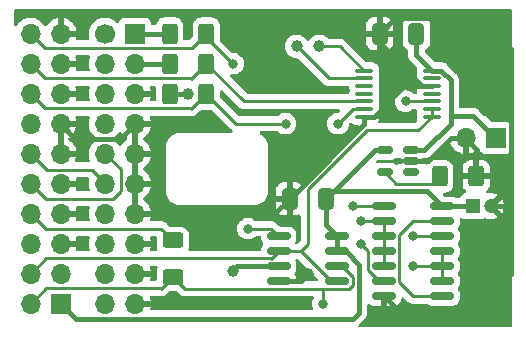
<source format=gtl>
%TF.GenerationSoftware,KiCad,Pcbnew,(6.0.0-0)*%
%TF.CreationDate,2023-01-27T15:23:14+00:00*%
%TF.ProjectId,Userport RTC,55736572-706f-4727-9420-5254432e6b69,rev?*%
%TF.SameCoordinates,Original*%
%TF.FileFunction,Copper,L1,Top*%
%TF.FilePolarity,Positive*%
%FSLAX46Y46*%
G04 Gerber Fmt 4.6, Leading zero omitted, Abs format (unit mm)*
G04 Created by KiCad (PCBNEW (6.0.0-0)) date 2023-01-27 15:23:14*
%MOMM*%
%LPD*%
G01*
G04 APERTURE LIST*
G04 Aperture macros list*
%AMRoundRect*
0 Rectangle with rounded corners*
0 $1 Rounding radius*
0 $2 $3 $4 $5 $6 $7 $8 $9 X,Y pos of 4 corners*
0 Add a 4 corners polygon primitive as box body*
4,1,4,$2,$3,$4,$5,$6,$7,$8,$9,$2,$3,0*
0 Add four circle primitives for the rounded corners*
1,1,$1+$1,$2,$3*
1,1,$1+$1,$4,$5*
1,1,$1+$1,$6,$7*
1,1,$1+$1,$8,$9*
0 Add four rect primitives between the rounded corners*
20,1,$1+$1,$2,$3,$4,$5,0*
20,1,$1+$1,$4,$5,$6,$7,0*
20,1,$1+$1,$6,$7,$8,$9,0*
20,1,$1+$1,$8,$9,$2,$3,0*%
G04 Aperture macros list end*
%TA.AperFunction,SMDPad,CuDef*%
%ADD10RoundRect,0.150000X-0.825000X-0.150000X0.825000X-0.150000X0.825000X0.150000X-0.825000X0.150000X0*%
%TD*%
%TA.AperFunction,ComponentPad*%
%ADD11R,1.200000X1.200000*%
%TD*%
%TA.AperFunction,ComponentPad*%
%ADD12C,1.200000*%
%TD*%
%TA.AperFunction,SMDPad,CuDef*%
%ADD13RoundRect,0.250000X0.625000X-0.400000X0.625000X0.400000X-0.625000X0.400000X-0.625000X-0.400000X0*%
%TD*%
%TA.AperFunction,SMDPad,CuDef*%
%ADD14RoundRect,0.150000X0.512500X0.150000X-0.512500X0.150000X-0.512500X-0.150000X0.512500X-0.150000X0*%
%TD*%
%TA.AperFunction,SMDPad,CuDef*%
%ADD15RoundRect,0.250000X0.412500X0.650000X-0.412500X0.650000X-0.412500X-0.650000X0.412500X-0.650000X0*%
%TD*%
%TA.AperFunction,SMDPad,CuDef*%
%ADD16RoundRect,0.100000X-0.637500X-0.100000X0.637500X-0.100000X0.637500X0.100000X-0.637500X0.100000X0*%
%TD*%
%TA.AperFunction,ComponentPad*%
%ADD17C,1.000000*%
%TD*%
%TA.AperFunction,SMDPad,CuDef*%
%ADD18RoundRect,0.250000X-0.400000X-0.625000X0.400000X-0.625000X0.400000X0.625000X-0.400000X0.625000X0*%
%TD*%
%TA.AperFunction,ComponentPad*%
%ADD19R,1.700000X1.700000*%
%TD*%
%TA.AperFunction,ComponentPad*%
%ADD20O,1.700000X1.700000*%
%TD*%
%TA.AperFunction,ComponentPad*%
%ADD21C,1.700000*%
%TD*%
%TA.AperFunction,ViaPad*%
%ADD22C,1.000000*%
%TD*%
%TA.AperFunction,ViaPad*%
%ADD23C,0.800000*%
%TD*%
%TA.AperFunction,Conductor*%
%ADD24C,0.250000*%
%TD*%
%TA.AperFunction,Conductor*%
%ADD25C,0.400000*%
%TD*%
G04 APERTURE END LIST*
D10*
X134685000Y-94615000D03*
X134685000Y-95885000D03*
X134685000Y-97155000D03*
X134685000Y-98425000D03*
X139635000Y-98425000D03*
X139635000Y-97155000D03*
X139635000Y-95885000D03*
X139635000Y-94615000D03*
D11*
X151130000Y-92075000D03*
D12*
X152630000Y-92075000D03*
D13*
X125730000Y-98070000D03*
X125730000Y-94970000D03*
D14*
X145917500Y-89215000D03*
X145917500Y-88265000D03*
X145917500Y-87315000D03*
X143642500Y-87315000D03*
X143642500Y-89215000D03*
D15*
X146342500Y-77470000D03*
X143217500Y-77470000D03*
D16*
X141917500Y-80600000D03*
X141917500Y-81250000D03*
X141917500Y-81900000D03*
X141917500Y-82550000D03*
X141917500Y-83200000D03*
X141917500Y-83850000D03*
X141917500Y-84500000D03*
X147642500Y-84500000D03*
X147642500Y-83850000D03*
X147642500Y-83200000D03*
X147642500Y-82550000D03*
X147642500Y-81900000D03*
X147642500Y-81250000D03*
X147642500Y-80600000D03*
D10*
X143575000Y-92075000D03*
X143575000Y-93345000D03*
X143575000Y-94615000D03*
X143575000Y-95885000D03*
X143575000Y-97155000D03*
X143575000Y-98425000D03*
X143575000Y-99695000D03*
X148525000Y-99695000D03*
X148525000Y-98425000D03*
X148525000Y-97155000D03*
X148525000Y-95885000D03*
X148525000Y-94615000D03*
X148525000Y-93345000D03*
X148525000Y-92075000D03*
D17*
X136210000Y-78550000D03*
X138110000Y-78550000D03*
D18*
X125450000Y-80010000D03*
X128550000Y-80010000D03*
X125450000Y-77470000D03*
X128550000Y-77470000D03*
D15*
X138722500Y-91440000D03*
X135597500Y-91440000D03*
D18*
X125450000Y-82550000D03*
X128550000Y-82550000D03*
X148310000Y-89535000D03*
X151410000Y-89535000D03*
D19*
X153040000Y-86290000D03*
D20*
X150500000Y-86290000D03*
D19*
X116205000Y-100330000D03*
D20*
X113665000Y-100330000D03*
X116205000Y-97790000D03*
X113665000Y-97790000D03*
X116205000Y-95250000D03*
X113665000Y-95250000D03*
X116205000Y-92710000D03*
X113665000Y-92710000D03*
X116205000Y-90170000D03*
X113665000Y-90170000D03*
X116205000Y-87630000D03*
X113665000Y-87630000D03*
X116205000Y-85090000D03*
X113665000Y-85090000D03*
X116205000Y-82550000D03*
X113665000Y-82550000D03*
X116205000Y-80010000D03*
X113665000Y-80010000D03*
X116205000Y-77470000D03*
X113665000Y-77470000D03*
D19*
X122500000Y-77475000D03*
D21*
X119960000Y-77475000D03*
D20*
X122500000Y-80015000D03*
X119960000Y-80015000D03*
X122500000Y-82555000D03*
X119960000Y-82555000D03*
X122500000Y-85095000D03*
X119960000Y-85095000D03*
X122500000Y-87635000D03*
X119960000Y-87635000D03*
X122500000Y-90175000D03*
X119960000Y-90175000D03*
X122500000Y-92715000D03*
X119960000Y-92715000D03*
X122500000Y-95255000D03*
X119960000Y-95255000D03*
X122500000Y-97795000D03*
X119960000Y-97795000D03*
X122500000Y-100335000D03*
X119960000Y-100335000D03*
D22*
X130810000Y-97525500D03*
X127000000Y-82550000D03*
X137160000Y-97790000D03*
X129545000Y-92715000D03*
D23*
X145415000Y-83185000D03*
X138430000Y-100330000D03*
X146050000Y-97155000D03*
X141605000Y-93345000D03*
X135255000Y-85090000D03*
X132080000Y-93980000D03*
X140970000Y-92075000D03*
X130810000Y-80010000D03*
X146050000Y-94615000D03*
X141605000Y-95250000D03*
X139700000Y-85090000D03*
D24*
X113665000Y-92710000D02*
X114935000Y-93980000D01*
X114935000Y-93980000D02*
X124740000Y-93980000D01*
X124740000Y-93980000D02*
X125730000Y-94970000D01*
X119960000Y-87635000D02*
X121285000Y-88960000D01*
X121285000Y-88960000D02*
X121285000Y-90805000D01*
X120650000Y-91440000D02*
X114935000Y-91440000D01*
X121285000Y-90805000D02*
X120650000Y-91440000D01*
X114935000Y-91440000D02*
X113665000Y-90170000D01*
D25*
X116205000Y-85090000D02*
X117459511Y-86344511D01*
X117459511Y-86344511D02*
X121250489Y-86344511D01*
X121250489Y-86344511D02*
X122500000Y-85095000D01*
X138722500Y-93702500D02*
X139635000Y-94615000D01*
X147255000Y-90805000D02*
X139357500Y-90805000D01*
X139635000Y-95885000D02*
X140335000Y-95885000D01*
X139357500Y-90805000D02*
X138722500Y-91440000D01*
X148525000Y-92075000D02*
X147255000Y-90805000D01*
X151130000Y-92075000D02*
X148525000Y-92075000D01*
X134685000Y-97155000D02*
X131180500Y-97155000D01*
X142847500Y-87315000D02*
X138722500Y-91440000D01*
X125450000Y-77470000D02*
X122625000Y-77470000D01*
X140335000Y-95885000D02*
X141459040Y-97009040D01*
X125450000Y-80010000D02*
X122625000Y-80010000D01*
X141459040Y-101110960D02*
X140970000Y-101600000D01*
X141459040Y-97009040D02*
X141459040Y-101110960D01*
X131180500Y-97155000D02*
X130810000Y-97525500D01*
X117475000Y-101600000D02*
X116205000Y-100330000D01*
X139635000Y-94615000D02*
X139635000Y-95885000D01*
X122625000Y-77470000D02*
X122620000Y-77475000D01*
X143642500Y-87315000D02*
X142847500Y-87315000D01*
X138722500Y-91440000D02*
X138722500Y-93702500D01*
X122625000Y-80010000D02*
X122620000Y-80015000D01*
X140970000Y-101600000D02*
X117475000Y-101600000D01*
X125450000Y-82550000D02*
X127000000Y-82550000D01*
X135597500Y-91440000D02*
X141917500Y-85120000D01*
X153130000Y-92075000D02*
X154305000Y-92075000D01*
X150495000Y-101600000D02*
X154305000Y-97790000D01*
X143217500Y-78268927D02*
X146848573Y-81900000D01*
X143575000Y-99695000D02*
X145480000Y-101600000D01*
X136525000Y-98425000D02*
X137160000Y-97790000D01*
X146848573Y-81900000D02*
X147642500Y-81900000D01*
X116205000Y-85090000D02*
X116205000Y-87630000D01*
X147320000Y-88265000D02*
X149295000Y-86290000D01*
X122620000Y-92715000D02*
X134322500Y-92715000D01*
X134322500Y-92715000D02*
X135597500Y-91440000D01*
X154305000Y-97790000D02*
X154305000Y-92075000D01*
X145311427Y-81900000D02*
X142711427Y-84500000D01*
X143217500Y-77470000D02*
X143217500Y-78268927D01*
X147642500Y-81900000D02*
X145311427Y-81900000D01*
X151410000Y-89535000D02*
X154305000Y-89535000D01*
X145917500Y-88265000D02*
X147320000Y-88265000D01*
X142711427Y-84500000D02*
X141917500Y-84500000D01*
X144517020Y-76170480D02*
X151735480Y-76170480D01*
X154305000Y-89535000D02*
X154305000Y-92075000D01*
X151410000Y-87200000D02*
X150500000Y-86290000D01*
X149295000Y-86290000D02*
X150500000Y-86290000D01*
X141917500Y-85120000D02*
X141917500Y-84500000D01*
X154305000Y-78740000D02*
X154305000Y-89535000D01*
X134685000Y-98425000D02*
X136525000Y-98425000D01*
X145480000Y-101600000D02*
X150495000Y-101600000D01*
X151410000Y-89535000D02*
X151410000Y-87200000D01*
X151735480Y-76170480D02*
X154305000Y-78740000D01*
X143217500Y-77470000D02*
X144517020Y-76170480D01*
X153040000Y-86290000D02*
X151840000Y-85090000D01*
X145917500Y-87315000D02*
X147000000Y-87315000D01*
X151840000Y-85090000D02*
X151765000Y-85090000D01*
X151130000Y-84455000D02*
X149225000Y-84455000D01*
X147642500Y-80600000D02*
X148436427Y-80600000D01*
X151765000Y-85090000D02*
X151130000Y-84455000D01*
X147000000Y-87315000D02*
X149225000Y-85090000D01*
X149225000Y-81388573D02*
X149225000Y-84455000D01*
X146342500Y-79300000D02*
X147642500Y-80600000D01*
X146342500Y-77470000D02*
X146342500Y-79300000D01*
X148436427Y-80600000D02*
X149225000Y-81388573D01*
X149225000Y-84455000D02*
X149225000Y-85090000D01*
D24*
X140934520Y-98771552D02*
X140934520Y-98078448D01*
X140656552Y-99049520D02*
X140934520Y-98771552D01*
X125730000Y-98070000D02*
X124740000Y-99060000D01*
X126709520Y-99049520D02*
X138419520Y-99049520D01*
X148525000Y-97155000D02*
X146050000Y-97155000D01*
X113665000Y-100330000D02*
X114955000Y-99040000D01*
X145415000Y-83185000D02*
X147627500Y-83185000D01*
X138419520Y-99049520D02*
X140656552Y-99049520D01*
X138430000Y-99060000D02*
X138419520Y-99049520D01*
X147627500Y-83185000D02*
X147642500Y-83200000D01*
X114955000Y-99040000D02*
X124760000Y-99040000D01*
X138430000Y-100330000D02*
X138430000Y-99060000D01*
X148525000Y-97155000D02*
X148525000Y-98425000D01*
X124760000Y-99040000D02*
X125730000Y-98070000D01*
X140934520Y-98078448D02*
X140011072Y-97155000D01*
X125730000Y-98070000D02*
X126709520Y-99049520D01*
X148525000Y-95885000D02*
X148525000Y-97155000D01*
X136525000Y-95885000D02*
X134685000Y-95885000D01*
X134070000Y-96500000D02*
X114955000Y-96500000D01*
X147642500Y-84500000D02*
X146497980Y-85644520D01*
X137160000Y-90619284D02*
X137160000Y-95250000D01*
X147642500Y-84500000D02*
X147642500Y-83850000D01*
X139065000Y-98425000D02*
X136525000Y-95885000D01*
X146497980Y-85644520D02*
X142134763Y-85644520D01*
X142134763Y-85644520D02*
X137160000Y-90619284D01*
X137160000Y-95250000D02*
X136525000Y-95885000D01*
X139635000Y-98425000D02*
X139065000Y-98425000D01*
X114955000Y-96500000D02*
X113665000Y-97790000D01*
X134685000Y-95885000D02*
X134070000Y-96500000D01*
X134050000Y-96520000D02*
X134685000Y-95885000D01*
X120015000Y-90170000D02*
X118840489Y-88995489D01*
X115030489Y-88995489D02*
X113665000Y-87630000D01*
X118840489Y-88995489D02*
X115030489Y-88995489D01*
X127280000Y-83820000D02*
X128550000Y-82550000D01*
X131090000Y-85090000D02*
X128550000Y-82550000D01*
X127300000Y-83800000D02*
X128550000Y-82550000D01*
X141605000Y-93345000D02*
X143575000Y-93345000D01*
X143575000Y-94615000D02*
X143575000Y-95885000D01*
X143575000Y-95885000D02*
X143575000Y-97155000D01*
X143575000Y-93345000D02*
X143575000Y-94615000D01*
X114915000Y-83800000D02*
X127300000Y-83800000D01*
X113665000Y-82550000D02*
X114915000Y-83800000D01*
X135255000Y-85090000D02*
X131090000Y-85090000D01*
X113665000Y-80010000D02*
X114915000Y-81260000D01*
X131740000Y-83200000D02*
X128550000Y-80010000D01*
X114915000Y-81260000D02*
X127300000Y-81260000D01*
X127300000Y-81260000D02*
X128550000Y-80010000D01*
X141917500Y-83200000D02*
X131740000Y-83200000D01*
X127280000Y-81280000D02*
X128550000Y-80010000D01*
X134050000Y-93980000D02*
X132080000Y-93980000D01*
X127350480Y-78669520D02*
X114864520Y-78669520D01*
X114864520Y-78669520D02*
X113665000Y-77470000D01*
X128550000Y-77470000D02*
X127350480Y-78669520D01*
X128550000Y-77750000D02*
X128550000Y-77470000D01*
X143575000Y-92075000D02*
X140970000Y-92075000D01*
X134685000Y-94615000D02*
X134050000Y-93980000D01*
X130810000Y-80010000D02*
X128550000Y-77750000D01*
X148525000Y-94615000D02*
X146050000Y-94615000D01*
X148525000Y-93345000D02*
X146050000Y-93345000D01*
X144874520Y-94520480D02*
X144874520Y-98519520D01*
X146050000Y-93345000D02*
X144874520Y-94520480D01*
X144874520Y-98519520D02*
X146050000Y-99695000D01*
X146050000Y-99695000D02*
X148525000Y-99695000D01*
X143198928Y-98425000D02*
X142240000Y-97466072D01*
X142240000Y-97466072D02*
X142240000Y-95885000D01*
X142240000Y-95885000D02*
X141605000Y-95250000D01*
X143575000Y-98425000D02*
X143198928Y-98425000D01*
X139700000Y-85090000D02*
X140940000Y-83850000D01*
X140940000Y-83850000D02*
X141917500Y-83850000D01*
X148310000Y-89535000D02*
X148310000Y-89815000D01*
X147955000Y-90170000D02*
X144597500Y-90170000D01*
X148310000Y-89815000D02*
X147955000Y-90170000D01*
X144597500Y-90170000D02*
X143642500Y-89215000D01*
X139867500Y-78550000D02*
X138110000Y-78550000D01*
X141917500Y-80600000D02*
X139867500Y-78550000D01*
X138910000Y-81250000D02*
X136210000Y-78550000D01*
X141917500Y-81250000D02*
X138910000Y-81250000D01*
%TA.AperFunction,Conductor*%
G36*
X150696121Y-86056002D02*
G01*
X150742614Y-86109658D01*
X150754000Y-86162000D01*
X150754000Y-87608517D01*
X150758064Y-87622359D01*
X150771478Y-87624393D01*
X150778184Y-87623534D01*
X150788262Y-87621392D01*
X150992255Y-87560191D01*
X151001842Y-87556433D01*
X151193095Y-87462739D01*
X151201945Y-87457464D01*
X151375328Y-87333792D01*
X151383193Y-87327145D01*
X151487897Y-87222805D01*
X151550268Y-87188889D01*
X151621075Y-87194077D01*
X151677837Y-87236723D01*
X151694819Y-87267826D01*
X151739385Y-87386705D01*
X151826739Y-87503261D01*
X151943295Y-87590615D01*
X152079684Y-87641745D01*
X152141866Y-87648500D01*
X153938134Y-87648500D01*
X154000316Y-87641745D01*
X154136705Y-87590615D01*
X154230435Y-87520368D01*
X154296941Y-87495520D01*
X154366324Y-87510573D01*
X154416554Y-87560747D01*
X154432000Y-87621194D01*
X154432000Y-102216000D01*
X154411998Y-102284121D01*
X154358342Y-102330614D01*
X154306000Y-102342000D01*
X141538887Y-102342000D01*
X141470766Y-102321998D01*
X141424273Y-102268342D01*
X141414169Y-102198068D01*
X141444809Y-102132183D01*
X141483452Y-102088810D01*
X141488416Y-102083554D01*
X141939560Y-101632410D01*
X141945825Y-101626556D01*
X141947346Y-101625229D01*
X141989425Y-101588521D01*
X142026169Y-101536240D01*
X142030101Y-101530946D01*
X142064831Y-101486653D01*
X142069516Y-101480678D01*
X142072639Y-101473762D01*
X142074023Y-101471476D01*
X142082397Y-101456795D01*
X142083662Y-101454435D01*
X142088030Y-101448221D01*
X142111243Y-101388683D01*
X142113799Y-101382602D01*
X142136958Y-101331312D01*
X142140085Y-101324387D01*
X142141469Y-101316920D01*
X142142270Y-101314365D01*
X142146899Y-101298112D01*
X142147562Y-101295532D01*
X142150322Y-101288451D01*
X142158662Y-101225099D01*
X142159693Y-101218592D01*
X142169952Y-101163240D01*
X142171336Y-101155774D01*
X142169890Y-101130688D01*
X142167749Y-101093568D01*
X142167540Y-101086314D01*
X142167540Y-100485893D01*
X142187542Y-100417772D01*
X142241198Y-100371279D01*
X142311472Y-100361175D01*
X142357679Y-100377439D01*
X142479779Y-100449648D01*
X142494210Y-100455893D01*
X142640065Y-100498269D01*
X142652667Y-100500570D01*
X142681084Y-100502807D01*
X142686014Y-100503000D01*
X143302885Y-100503000D01*
X143318124Y-100498525D01*
X143319329Y-100497135D01*
X143321000Y-100489452D01*
X143321000Y-99567000D01*
X143341002Y-99498879D01*
X143394658Y-99452386D01*
X143447000Y-99441000D01*
X143703000Y-99441000D01*
X143771121Y-99461002D01*
X143817614Y-99514658D01*
X143829000Y-99567000D01*
X143829000Y-100484884D01*
X143833475Y-100500123D01*
X143834865Y-100501328D01*
X143842548Y-100502999D01*
X144463984Y-100502999D01*
X144468920Y-100502805D01*
X144497336Y-100500570D01*
X144509931Y-100498270D01*
X144655790Y-100455893D01*
X144670221Y-100449648D01*
X144799678Y-100373089D01*
X144812104Y-100363449D01*
X144918449Y-100257104D01*
X144928089Y-100244678D01*
X145004648Y-100115221D01*
X145010893Y-100100790D01*
X145053269Y-99954935D01*
X145055570Y-99942333D01*
X145057807Y-99913916D01*
X145058000Y-99908986D01*
X145058000Y-99903095D01*
X145078002Y-99834974D01*
X145131658Y-99788481D01*
X145201932Y-99778377D01*
X145266512Y-99807871D01*
X145273095Y-99814000D01*
X145546348Y-100087253D01*
X145553888Y-100095539D01*
X145558000Y-100102018D01*
X145563777Y-100107443D01*
X145607651Y-100148643D01*
X145610493Y-100151398D01*
X145630230Y-100171135D01*
X145633427Y-100173615D01*
X145642447Y-100181318D01*
X145674679Y-100211586D01*
X145681625Y-100215405D01*
X145681628Y-100215407D01*
X145692434Y-100221348D01*
X145708953Y-100232199D01*
X145724959Y-100244614D01*
X145732228Y-100247759D01*
X145732232Y-100247762D01*
X145765537Y-100262174D01*
X145776187Y-100267391D01*
X145814940Y-100288695D01*
X145822615Y-100290666D01*
X145822616Y-100290666D01*
X145834562Y-100293733D01*
X145853266Y-100300137D01*
X145856867Y-100301695D01*
X145871855Y-100308181D01*
X145879678Y-100309420D01*
X145879688Y-100309423D01*
X145915524Y-100315099D01*
X145927144Y-100317505D01*
X145950242Y-100323435D01*
X145969970Y-100328500D01*
X145990224Y-100328500D01*
X146009934Y-100330051D01*
X146029943Y-100333220D01*
X146037835Y-100332474D01*
X146073961Y-100329059D01*
X146085819Y-100328500D01*
X147200050Y-100328500D01*
X147268171Y-100348502D01*
X147281271Y-100359059D01*
X147281325Y-100358989D01*
X147287584Y-100363844D01*
X147293193Y-100369453D01*
X147300017Y-100373489D01*
X147300020Y-100373491D01*
X147374896Y-100417772D01*
X147436399Y-100454145D01*
X147444010Y-100456356D01*
X147444012Y-100456357D01*
X147466878Y-100463000D01*
X147596169Y-100500562D01*
X147602574Y-100501066D01*
X147602579Y-100501067D01*
X147631042Y-100503307D01*
X147631050Y-100503307D01*
X147633498Y-100503500D01*
X149416502Y-100503500D01*
X149418950Y-100503307D01*
X149418958Y-100503307D01*
X149447421Y-100501067D01*
X149447426Y-100501066D01*
X149453831Y-100500562D01*
X149583122Y-100463000D01*
X149605988Y-100456357D01*
X149605990Y-100456356D01*
X149613601Y-100454145D01*
X149675104Y-100417772D01*
X149749980Y-100373491D01*
X149749983Y-100373489D01*
X149756807Y-100369453D01*
X149874453Y-100251807D01*
X149878489Y-100244983D01*
X149878491Y-100244980D01*
X149955108Y-100115427D01*
X149959145Y-100108601D01*
X149961415Y-100100790D01*
X150003767Y-99955008D01*
X150005562Y-99948831D01*
X150006074Y-99942333D01*
X150008307Y-99913958D01*
X150008307Y-99913950D01*
X150008500Y-99911502D01*
X150008500Y-99478498D01*
X150008307Y-99476042D01*
X150006067Y-99447579D01*
X150006066Y-99447574D01*
X150005562Y-99441169D01*
X149959145Y-99281399D01*
X149874453Y-99138193D01*
X149871771Y-99135511D01*
X149846498Y-99071139D01*
X149860400Y-99001516D01*
X149870572Y-98985688D01*
X149874453Y-98981807D01*
X149959145Y-98838601D01*
X150005562Y-98678831D01*
X150008500Y-98641502D01*
X150008500Y-98208498D01*
X150007904Y-98200925D01*
X150006067Y-98177579D01*
X150006066Y-98177574D01*
X150005562Y-98171169D01*
X149961966Y-98021109D01*
X149961357Y-98019012D01*
X149961356Y-98019010D01*
X149959145Y-98011399D01*
X149874453Y-97868193D01*
X149871771Y-97865511D01*
X149846498Y-97801139D01*
X149860400Y-97731516D01*
X149870572Y-97715688D01*
X149874453Y-97711807D01*
X149959145Y-97568601D01*
X149975778Y-97511351D01*
X150003767Y-97415008D01*
X150005562Y-97408831D01*
X150008500Y-97371502D01*
X150008500Y-96938498D01*
X150008307Y-96936042D01*
X150006067Y-96907579D01*
X150006066Y-96907574D01*
X150005562Y-96901169D01*
X149959145Y-96741399D01*
X149874453Y-96598193D01*
X149871771Y-96595511D01*
X149846498Y-96531139D01*
X149860400Y-96461516D01*
X149870572Y-96445688D01*
X149874453Y-96441807D01*
X149959145Y-96298601D01*
X150005562Y-96138831D01*
X150008500Y-96101502D01*
X150008500Y-95668498D01*
X150007980Y-95661885D01*
X150006067Y-95637579D01*
X150006066Y-95637574D01*
X150005562Y-95631169D01*
X149963114Y-95485060D01*
X149961357Y-95479012D01*
X149961356Y-95479010D01*
X149959145Y-95471399D01*
X149874453Y-95328193D01*
X149871771Y-95325511D01*
X149846498Y-95261139D01*
X149860400Y-95191516D01*
X149870572Y-95175688D01*
X149874453Y-95171807D01*
X149959145Y-95028601D01*
X150005562Y-94868831D01*
X150007351Y-94846109D01*
X150008307Y-94833958D01*
X150008307Y-94833950D01*
X150008500Y-94831502D01*
X150008500Y-94398498D01*
X150008307Y-94396042D01*
X150006067Y-94367579D01*
X150006066Y-94367574D01*
X150005562Y-94361169D01*
X149959145Y-94201399D01*
X149874453Y-94058193D01*
X149871771Y-94055511D01*
X149846498Y-93991139D01*
X149860400Y-93921516D01*
X149870572Y-93905688D01*
X149874453Y-93901807D01*
X149959145Y-93758601D01*
X150005562Y-93598831D01*
X150006435Y-93587747D01*
X150008307Y-93563958D01*
X150008307Y-93563950D01*
X150008500Y-93561502D01*
X150008500Y-93171558D01*
X150028502Y-93103437D01*
X150082158Y-93056944D01*
X150152432Y-93046840D01*
X150210065Y-93070732D01*
X150283295Y-93125615D01*
X150419684Y-93176745D01*
X150481866Y-93183500D01*
X151778134Y-93183500D01*
X151840316Y-93176745D01*
X151976705Y-93125615D01*
X151987348Y-93117639D01*
X152019689Y-93093400D01*
X152024622Y-93089703D01*
X152091126Y-93064855D01*
X152149924Y-93074761D01*
X152280835Y-93131005D01*
X152291778Y-93134560D01*
X152479120Y-93176952D01*
X152490530Y-93178454D01*
X152682469Y-93185995D01*
X152693951Y-93185393D01*
X152884045Y-93157832D01*
X152895240Y-93155144D01*
X153077131Y-93093400D01*
X153087628Y-93088726D01*
X153198032Y-93026898D01*
X153207895Y-93016821D01*
X153204939Y-93009149D01*
X152359885Y-92164095D01*
X152325859Y-92101783D01*
X152327694Y-92076132D01*
X152994408Y-92076132D01*
X152994539Y-92077966D01*
X152998790Y-92084580D01*
X153560239Y-92646028D01*
X153572614Y-92652785D01*
X153579194Y-92647859D01*
X153643726Y-92532628D01*
X153648400Y-92522131D01*
X153710144Y-92340240D01*
X153712832Y-92329045D01*
X153740689Y-92136911D01*
X153741319Y-92129528D01*
X153742650Y-92078704D01*
X153742407Y-92071305D01*
X153724643Y-91877975D01*
X153722545Y-91866654D01*
X153670408Y-91681791D01*
X153666283Y-91671044D01*
X153582163Y-91500465D01*
X153574869Y-91494990D01*
X153562449Y-91501762D01*
X153002021Y-92062189D01*
X152994408Y-92076132D01*
X152327694Y-92076132D01*
X152330924Y-92030968D01*
X152359885Y-91985905D01*
X152630000Y-91715790D01*
X153200281Y-91145508D01*
X153207041Y-91133128D01*
X153201011Y-91125073D01*
X153140061Y-91086616D01*
X153129813Y-91081395D01*
X152951401Y-91010216D01*
X152940373Y-91006949D01*
X152751982Y-90969476D01*
X152740535Y-90968273D01*
X152548477Y-90965759D01*
X152536999Y-90966662D01*
X152359009Y-90997247D01*
X152288484Y-90989070D01*
X152233576Y-90944063D01*
X152211717Y-90876516D01*
X152229847Y-90807873D01*
X152271362Y-90765926D01*
X152277805Y-90761938D01*
X152289208Y-90752901D01*
X152403739Y-90638171D01*
X152412751Y-90626760D01*
X152497816Y-90488757D01*
X152503963Y-90475576D01*
X152555138Y-90321290D01*
X152558005Y-90307914D01*
X152567672Y-90213562D01*
X152568000Y-90207146D01*
X152568000Y-89807115D01*
X152563525Y-89791876D01*
X152562135Y-89790671D01*
X152554452Y-89789000D01*
X150270116Y-89789000D01*
X150254877Y-89793475D01*
X150253672Y-89794865D01*
X150252001Y-89802548D01*
X150252001Y-90207095D01*
X150252338Y-90213614D01*
X150262257Y-90309206D01*
X150265149Y-90322600D01*
X150316588Y-90476784D01*
X150322761Y-90489962D01*
X150408063Y-90627807D01*
X150417099Y-90639208D01*
X150532813Y-90754721D01*
X150566892Y-90817004D01*
X150561889Y-90887824D01*
X150519392Y-90944697D01*
X150457404Y-90969157D01*
X150443320Y-90970687D01*
X150419684Y-90973255D01*
X150283295Y-91024385D01*
X150166739Y-91111739D01*
X150079385Y-91228295D01*
X150076233Y-91236703D01*
X150058228Y-91284730D01*
X150015586Y-91341495D01*
X149949024Y-91366194D01*
X149940246Y-91366500D01*
X149733706Y-91366500D01*
X149669569Y-91348955D01*
X149613601Y-91315855D01*
X149605990Y-91313644D01*
X149605988Y-91313643D01*
X149548701Y-91297000D01*
X149453831Y-91269438D01*
X149447426Y-91268934D01*
X149447421Y-91268933D01*
X149418958Y-91266693D01*
X149418950Y-91266693D01*
X149416502Y-91266500D01*
X148770660Y-91266500D01*
X148702539Y-91246498D01*
X148681565Y-91229595D01*
X148585565Y-91133595D01*
X148551539Y-91071283D01*
X148556604Y-91000468D01*
X148599151Y-90943632D01*
X148665671Y-90918821D01*
X148674660Y-90918500D01*
X148760400Y-90918500D01*
X148763646Y-90918163D01*
X148763650Y-90918163D01*
X148859308Y-90908238D01*
X148859312Y-90908237D01*
X148866166Y-90907526D01*
X148872702Y-90905345D01*
X148872704Y-90905345D01*
X149026998Y-90853868D01*
X149033946Y-90851550D01*
X149184348Y-90758478D01*
X149309305Y-90633303D01*
X149343617Y-90577639D01*
X149398275Y-90488968D01*
X149398276Y-90488966D01*
X149402115Y-90482738D01*
X149428564Y-90402995D01*
X149455632Y-90321389D01*
X149455632Y-90321387D01*
X149457797Y-90314861D01*
X149468500Y-90210400D01*
X149468500Y-89262885D01*
X150252000Y-89262885D01*
X150256475Y-89278124D01*
X150257865Y-89279329D01*
X150265548Y-89281000D01*
X151137885Y-89281000D01*
X151153124Y-89276525D01*
X151154329Y-89275135D01*
X151156000Y-89267452D01*
X151156000Y-89262885D01*
X151664000Y-89262885D01*
X151668475Y-89278124D01*
X151669865Y-89279329D01*
X151677548Y-89281000D01*
X152549884Y-89281000D01*
X152565123Y-89276525D01*
X152566328Y-89275135D01*
X152567999Y-89267452D01*
X152567999Y-88862905D01*
X152567662Y-88856386D01*
X152557743Y-88760794D01*
X152554851Y-88747400D01*
X152503412Y-88593216D01*
X152497239Y-88580038D01*
X152411937Y-88442193D01*
X152402901Y-88430792D01*
X152288171Y-88316261D01*
X152276760Y-88307249D01*
X152138757Y-88222184D01*
X152125576Y-88216037D01*
X151971290Y-88164862D01*
X151957914Y-88161995D01*
X151863562Y-88152328D01*
X151857145Y-88152000D01*
X151682115Y-88152000D01*
X151666876Y-88156475D01*
X151665671Y-88157865D01*
X151664000Y-88165548D01*
X151664000Y-89262885D01*
X151156000Y-89262885D01*
X151156000Y-88170116D01*
X151151525Y-88154877D01*
X151150135Y-88153672D01*
X151142452Y-88152001D01*
X150962905Y-88152001D01*
X150956386Y-88152338D01*
X150860794Y-88162257D01*
X150847400Y-88165149D01*
X150693216Y-88216588D01*
X150680038Y-88222761D01*
X150542193Y-88308063D01*
X150530792Y-88317099D01*
X150416261Y-88431829D01*
X150407249Y-88443240D01*
X150322184Y-88581243D01*
X150316037Y-88594424D01*
X150264862Y-88748710D01*
X150261995Y-88762086D01*
X150252328Y-88856438D01*
X150252000Y-88862855D01*
X150252000Y-89262885D01*
X149468500Y-89262885D01*
X149468500Y-88859600D01*
X149466582Y-88841114D01*
X149458238Y-88760692D01*
X149458237Y-88760688D01*
X149457526Y-88753834D01*
X149401550Y-88586054D01*
X149308478Y-88435652D01*
X149278332Y-88405558D01*
X149188483Y-88315866D01*
X149183303Y-88310695D01*
X149147022Y-88288331D01*
X149038968Y-88221725D01*
X149038966Y-88221724D01*
X149032738Y-88217885D01*
X148919006Y-88180162D01*
X148871389Y-88164368D01*
X148871387Y-88164368D01*
X148864861Y-88162203D01*
X148858025Y-88161503D01*
X148858022Y-88161502D01*
X148814969Y-88157091D01*
X148760400Y-88151500D01*
X147859600Y-88151500D01*
X147856354Y-88151837D01*
X147856350Y-88151837D01*
X147760692Y-88161762D01*
X147760688Y-88161763D01*
X147753834Y-88162474D01*
X147747298Y-88164655D01*
X147747296Y-88164655D01*
X147635768Y-88201864D01*
X147586054Y-88218450D01*
X147435652Y-88311522D01*
X147310695Y-88436697D01*
X147277270Y-88490923D01*
X147276315Y-88492472D01*
X147223543Y-88539965D01*
X147153472Y-88551389D01*
X147116553Y-88535360D01*
X147115219Y-88538303D01*
X147072630Y-88519000D01*
X146834842Y-88519000D01*
X146770703Y-88501453D01*
X146700427Y-88459892D01*
X146700428Y-88459892D01*
X146693601Y-88455855D01*
X146685990Y-88453644D01*
X146685988Y-88453643D01*
X146609828Y-88431517D01*
X146533831Y-88409438D01*
X146527426Y-88408934D01*
X146527421Y-88408933D01*
X146498958Y-88406693D01*
X146498950Y-88406693D01*
X146496502Y-88406500D01*
X145338498Y-88406500D01*
X145336050Y-88406693D01*
X145336042Y-88406693D01*
X145307579Y-88408933D01*
X145307574Y-88408934D01*
X145301169Y-88409438D01*
X145225172Y-88431517D01*
X145149012Y-88453643D01*
X145149010Y-88453644D01*
X145141399Y-88455855D01*
X145134572Y-88459892D01*
X145134573Y-88459892D01*
X145064297Y-88501453D01*
X145000158Y-88519000D01*
X144768122Y-88519000D01*
X144752884Y-88523474D01*
X144744732Y-88532882D01*
X144685006Y-88571266D01*
X144614010Y-88571266D01*
X144572280Y-88549929D01*
X144567415Y-88546155D01*
X144561807Y-88540547D01*
X144554983Y-88536511D01*
X144554980Y-88536509D01*
X144425427Y-88459892D01*
X144425428Y-88459892D01*
X144418601Y-88455855D01*
X144410990Y-88453644D01*
X144410988Y-88453643D01*
X144334828Y-88431517D01*
X144258831Y-88409438D01*
X144252426Y-88408934D01*
X144252421Y-88408933D01*
X144223958Y-88406693D01*
X144223950Y-88406693D01*
X144221502Y-88406500D01*
X143063498Y-88406500D01*
X143063498Y-88405558D01*
X142998219Y-88389158D01*
X142949646Y-88337378D01*
X142936777Y-88267558D01*
X142963699Y-88201864D01*
X142973010Y-88191460D01*
X143004065Y-88160405D01*
X143066377Y-88126379D01*
X143093160Y-88123500D01*
X144221502Y-88123500D01*
X144223950Y-88123307D01*
X144223958Y-88123307D01*
X144252421Y-88121067D01*
X144252426Y-88121066D01*
X144258831Y-88120562D01*
X144358769Y-88091528D01*
X144410988Y-88076357D01*
X144410990Y-88076356D01*
X144418601Y-88074145D01*
X144561807Y-87989453D01*
X144567416Y-87983844D01*
X144572886Y-87979601D01*
X144638971Y-87953654D01*
X144708594Y-87967555D01*
X144750116Y-88005446D01*
X144762370Y-88011000D01*
X145000158Y-88011000D01*
X145064297Y-88028547D01*
X145141399Y-88074145D01*
X145149010Y-88076356D01*
X145149012Y-88076357D01*
X145201231Y-88091528D01*
X145301169Y-88120562D01*
X145307574Y-88121066D01*
X145307579Y-88121067D01*
X145336042Y-88123307D01*
X145336050Y-88123307D01*
X145338498Y-88123500D01*
X146496502Y-88123500D01*
X146498950Y-88123307D01*
X146498958Y-88123307D01*
X146527421Y-88121067D01*
X146527426Y-88121066D01*
X146533831Y-88120562D01*
X146633769Y-88091528D01*
X146685988Y-88076357D01*
X146685990Y-88076356D01*
X146693601Y-88074145D01*
X146749569Y-88041045D01*
X146813706Y-88023500D01*
X146971088Y-88023500D01*
X146979658Y-88023792D01*
X147029776Y-88027209D01*
X147029780Y-88027209D01*
X147037352Y-88027725D01*
X147044829Y-88026420D01*
X147044830Y-88026420D01*
X147071308Y-88021799D01*
X147100303Y-88016738D01*
X147106821Y-88015777D01*
X147170242Y-88008102D01*
X147177343Y-88005419D01*
X147179952Y-88004778D01*
X147196262Y-88000315D01*
X147198798Y-87999550D01*
X147206284Y-87998243D01*
X147264800Y-87972556D01*
X147270904Y-87970065D01*
X147323548Y-87950173D01*
X147323549Y-87950172D01*
X147330656Y-87947487D01*
X147336919Y-87943183D01*
X147339285Y-87941946D01*
X147354097Y-87933701D01*
X147356351Y-87932368D01*
X147363305Y-87929315D01*
X147414002Y-87890413D01*
X147419332Y-87886541D01*
X147465720Y-87854661D01*
X147465725Y-87854656D01*
X147471981Y-87850357D01*
X147513436Y-87803829D01*
X147518416Y-87798554D01*
X148934819Y-86382152D01*
X148997131Y-86348126D01*
X149067947Y-86353191D01*
X149124782Y-86395738D01*
X149149705Y-86463997D01*
X149150309Y-86474476D01*
X149151745Y-86484697D01*
X149198565Y-86692446D01*
X149201645Y-86702275D01*
X149281770Y-86899603D01*
X149286413Y-86908794D01*
X149397694Y-87090388D01*
X149403777Y-87098699D01*
X149543213Y-87259667D01*
X149550580Y-87266883D01*
X149714434Y-87402916D01*
X149722881Y-87408831D01*
X149906756Y-87516279D01*
X149916042Y-87520729D01*
X150115001Y-87596703D01*
X150124899Y-87599579D01*
X150228250Y-87620606D01*
X150242299Y-87619410D01*
X150246000Y-87609065D01*
X150246000Y-86162000D01*
X150266002Y-86093879D01*
X150319658Y-86047386D01*
X150372000Y-86036000D01*
X150628000Y-86036000D01*
X150696121Y-86056002D01*
G37*
%TD.AperFunction*%
%TA.AperFunction,Conductor*%
G36*
X126008527Y-99248502D02*
G01*
X126029501Y-99265405D01*
X126205863Y-99441767D01*
X126213407Y-99450057D01*
X126217520Y-99456538D01*
X126223297Y-99461963D01*
X126267187Y-99503178D01*
X126270029Y-99505933D01*
X126289750Y-99525654D01*
X126292945Y-99528132D01*
X126301967Y-99535838D01*
X126334199Y-99566106D01*
X126341148Y-99569926D01*
X126351952Y-99575866D01*
X126368476Y-99586719D01*
X126384479Y-99599133D01*
X126425063Y-99616696D01*
X126435693Y-99621903D01*
X126474460Y-99643215D01*
X126482137Y-99645186D01*
X126482142Y-99645188D01*
X126494078Y-99648252D01*
X126512786Y-99654657D01*
X126531375Y-99662701D01*
X126539200Y-99663940D01*
X126539202Y-99663941D01*
X126575039Y-99669617D01*
X126586660Y-99672024D01*
X126621809Y-99681048D01*
X126629490Y-99683020D01*
X126649751Y-99683020D01*
X126669460Y-99684571D01*
X126689463Y-99687739D01*
X126697355Y-99686993D01*
X126702582Y-99686499D01*
X126733474Y-99683579D01*
X126745331Y-99683020D01*
X137536251Y-99683020D01*
X137604372Y-99703022D01*
X137650865Y-99756678D01*
X137660969Y-99826952D01*
X137645370Y-99872020D01*
X137624001Y-99909033D01*
X137595473Y-99958444D01*
X137536458Y-100140072D01*
X137535768Y-100146633D01*
X137535768Y-100146635D01*
X137533488Y-100168331D01*
X137516496Y-100330000D01*
X137517186Y-100336565D01*
X137534659Y-100502807D01*
X137536458Y-100519928D01*
X137595473Y-100701556D01*
X137598777Y-100707279D01*
X137601461Y-100713307D01*
X137598915Y-100714441D01*
X137612756Y-100771497D01*
X137589534Y-100838589D01*
X137533727Y-100882475D01*
X137486899Y-100891500D01*
X123920261Y-100891500D01*
X123852140Y-100871498D01*
X123805647Y-100817842D01*
X123795543Y-100747568D01*
X123799702Y-100728872D01*
X123830379Y-100627903D01*
X123832555Y-100617837D01*
X123833986Y-100606962D01*
X123831775Y-100592778D01*
X123818617Y-100589000D01*
X122372000Y-100589000D01*
X122303879Y-100568998D01*
X122257386Y-100515342D01*
X122246000Y-100463000D01*
X122246000Y-99799500D01*
X122266002Y-99731379D01*
X122319658Y-99684886D01*
X122372000Y-99673500D01*
X122628000Y-99673500D01*
X122696121Y-99693502D01*
X122742614Y-99747158D01*
X122754000Y-99799500D01*
X122754000Y-100062885D01*
X122758475Y-100078124D01*
X122759865Y-100079329D01*
X122767548Y-100081000D01*
X123818344Y-100081000D01*
X123831875Y-100077027D01*
X123833180Y-100067947D01*
X123791214Y-99900875D01*
X123787894Y-99891124D01*
X123769901Y-99849742D01*
X123761081Y-99779296D01*
X123791748Y-99715264D01*
X123852164Y-99677976D01*
X123885451Y-99673500D01*
X124566676Y-99673500D01*
X124594163Y-99676535D01*
X124672167Y-99693972D01*
X124672172Y-99693972D01*
X124679909Y-99695702D01*
X124687835Y-99695453D01*
X124687836Y-99695453D01*
X124774493Y-99692729D01*
X124839889Y-99690673D01*
X124847501Y-99688461D01*
X124847504Y-99688461D01*
X124985980Y-99648230D01*
X124985982Y-99648229D01*
X124993593Y-99646018D01*
X125081090Y-99594273D01*
X125124541Y-99568576D01*
X125131362Y-99564542D01*
X125165683Y-99530221D01*
X125180717Y-99517380D01*
X125197107Y-99505472D01*
X125225298Y-99471395D01*
X125233288Y-99462616D01*
X125430499Y-99265405D01*
X125492811Y-99231379D01*
X125519594Y-99228500D01*
X125940406Y-99228500D01*
X126008527Y-99248502D01*
G37*
%TD.AperFunction*%
%TA.AperFunction,Conductor*%
G36*
X136278527Y-96538502D02*
G01*
X136299501Y-96555405D01*
X137945021Y-98200925D01*
X137979047Y-98263237D01*
X137973982Y-98334052D01*
X137931435Y-98390888D01*
X137864915Y-98415699D01*
X137855926Y-98416020D01*
X136293999Y-98416020D01*
X136225878Y-98396018D01*
X136179385Y-98342362D01*
X136167999Y-98290020D01*
X136167999Y-98211017D01*
X136167805Y-98206080D01*
X136165570Y-98177664D01*
X136163270Y-98165069D01*
X136120893Y-98019210D01*
X136114648Y-98004779D01*
X136038089Y-97875323D01*
X136032129Y-97867640D01*
X136006180Y-97801556D01*
X136020078Y-97731933D01*
X136030421Y-97715839D01*
X136034453Y-97711807D01*
X136119145Y-97568601D01*
X136135778Y-97511351D01*
X136163767Y-97415008D01*
X136165562Y-97408831D01*
X136168500Y-97371502D01*
X136168500Y-96938498D01*
X136168307Y-96936042D01*
X136166067Y-96907579D01*
X136166066Y-96907574D01*
X136165562Y-96901169D01*
X136119145Y-96741399D01*
X136099769Y-96708637D01*
X136082311Y-96639822D01*
X136104828Y-96572491D01*
X136160173Y-96528022D01*
X136208224Y-96518500D01*
X136210406Y-96518500D01*
X136278527Y-96538502D01*
G37*
%TD.AperFunction*%
%TA.AperFunction,Conductor*%
G36*
X122696121Y-97153502D02*
G01*
X122742614Y-97207158D01*
X122754000Y-97259500D01*
X122754000Y-97522885D01*
X122758475Y-97538124D01*
X122759865Y-97539329D01*
X122767548Y-97541000D01*
X123818344Y-97541000D01*
X123831875Y-97537027D01*
X123833180Y-97527947D01*
X123791214Y-97360875D01*
X123787894Y-97351124D01*
X123769901Y-97309742D01*
X123761081Y-97239296D01*
X123791748Y-97175264D01*
X123852164Y-97137976D01*
X123885451Y-97133500D01*
X124318968Y-97133500D01*
X124387089Y-97153502D01*
X124433582Y-97207158D01*
X124443686Y-97277432D01*
X124426227Y-97325617D01*
X124412885Y-97347262D01*
X124357203Y-97515139D01*
X124356503Y-97521975D01*
X124356502Y-97521978D01*
X124354700Y-97539570D01*
X124346500Y-97619600D01*
X124346500Y-98280500D01*
X124326498Y-98348621D01*
X124272842Y-98395114D01*
X124220500Y-98406500D01*
X123903550Y-98406500D01*
X123835429Y-98386498D01*
X123788936Y-98332842D01*
X123778832Y-98262568D01*
X123782992Y-98243871D01*
X123830377Y-98087910D01*
X123832555Y-98077837D01*
X123833986Y-98066962D01*
X123831775Y-98052778D01*
X123818617Y-98049000D01*
X122772115Y-98049000D01*
X122756876Y-98053475D01*
X122755671Y-98054865D01*
X122754000Y-98062548D01*
X122754000Y-98280500D01*
X122733998Y-98348621D01*
X122680342Y-98395114D01*
X122628000Y-98406500D01*
X122372000Y-98406500D01*
X122303879Y-98386498D01*
X122257386Y-98332842D01*
X122246000Y-98280500D01*
X122246000Y-97259500D01*
X122266002Y-97191379D01*
X122319658Y-97144886D01*
X122372000Y-97133500D01*
X122628000Y-97133500D01*
X122696121Y-97153502D01*
G37*
%TD.AperFunction*%
%TA.AperFunction,Conductor*%
G36*
X116401121Y-94633502D02*
G01*
X116447614Y-94687158D01*
X116459000Y-94739500D01*
X116459000Y-94977885D01*
X116463475Y-94993124D01*
X116464865Y-94994329D01*
X116472548Y-94996000D01*
X117523344Y-94996000D01*
X117536875Y-94992027D01*
X117538180Y-94982947D01*
X117496214Y-94815875D01*
X117492894Y-94806123D01*
X117485772Y-94789744D01*
X117476951Y-94719297D01*
X117507617Y-94655265D01*
X117568033Y-94617977D01*
X117601321Y-94613500D01*
X118563367Y-94613500D01*
X118631488Y-94633502D01*
X118677981Y-94687158D01*
X118688085Y-94757432D01*
X118682009Y-94781458D01*
X118680688Y-94784305D01*
X118620989Y-94999570D01*
X118597251Y-95221695D01*
X118597548Y-95226848D01*
X118597548Y-95226851D01*
X118608703Y-95420312D01*
X118610110Y-95444715D01*
X118611247Y-95449761D01*
X118611248Y-95449767D01*
X118632275Y-95543069D01*
X118659222Y-95662639D01*
X118661166Y-95667426D01*
X118661167Y-95667430D01*
X118671589Y-95693097D01*
X118678685Y-95763738D01*
X118646462Y-95827001D01*
X118585152Y-95862801D01*
X118554846Y-95866500D01*
X117607031Y-95866500D01*
X117538910Y-95846498D01*
X117492417Y-95792842D01*
X117482313Y-95722568D01*
X117486473Y-95703871D01*
X117535377Y-95542910D01*
X117537555Y-95532837D01*
X117538986Y-95521962D01*
X117536775Y-95507778D01*
X117523617Y-95504000D01*
X116077000Y-95504000D01*
X116008879Y-95483998D01*
X115962386Y-95430342D01*
X115951000Y-95378000D01*
X115951000Y-94739500D01*
X115971002Y-94671379D01*
X116024658Y-94624886D01*
X116077000Y-94613500D01*
X116333000Y-94613500D01*
X116401121Y-94633502D01*
G37*
%TD.AperFunction*%
%TA.AperFunction,Conductor*%
G36*
X122696121Y-94633502D02*
G01*
X122742614Y-94687158D01*
X122754000Y-94739500D01*
X122754000Y-94982885D01*
X122758475Y-94998124D01*
X122759865Y-94999329D01*
X122767548Y-95001000D01*
X123818344Y-95001000D01*
X123831875Y-94997027D01*
X123833180Y-94987947D01*
X123791214Y-94820875D01*
X123787893Y-94811118D01*
X123778598Y-94789743D01*
X123769777Y-94719297D01*
X123800443Y-94655265D01*
X123860859Y-94617977D01*
X123894147Y-94613500D01*
X124220500Y-94613500D01*
X124288621Y-94633502D01*
X124335114Y-94687158D01*
X124346500Y-94739500D01*
X124346500Y-95420400D01*
X124346837Y-95423646D01*
X124346837Y-95423650D01*
X124356085Y-95512778D01*
X124357474Y-95526166D01*
X124359655Y-95532702D01*
X124359655Y-95532704D01*
X124360246Y-95534475D01*
X124411162Y-95687087D01*
X124411162Y-95687089D01*
X124413450Y-95693946D01*
X124412276Y-95694338D01*
X124421939Y-95757227D01*
X124393071Y-95822089D01*
X124333718Y-95861048D01*
X124297054Y-95866500D01*
X123903550Y-95866500D01*
X123835429Y-95846498D01*
X123788936Y-95792842D01*
X123778832Y-95722568D01*
X123782992Y-95703871D01*
X123830377Y-95547910D01*
X123832555Y-95537837D01*
X123833986Y-95526962D01*
X123831775Y-95512778D01*
X123818617Y-95509000D01*
X122772115Y-95509000D01*
X122756876Y-95513475D01*
X122755671Y-95514865D01*
X122754000Y-95522548D01*
X122754000Y-95740500D01*
X122733998Y-95808621D01*
X122680342Y-95855114D01*
X122628000Y-95866500D01*
X122372000Y-95866500D01*
X122303879Y-95846498D01*
X122257386Y-95792842D01*
X122246000Y-95740500D01*
X122246000Y-94739500D01*
X122266002Y-94671379D01*
X122319658Y-94624886D01*
X122372000Y-94613500D01*
X122628000Y-94613500D01*
X122696121Y-94633502D01*
G37*
%TD.AperFunction*%
%TA.AperFunction,Conductor*%
G36*
X129917012Y-82273370D02*
G01*
X129923595Y-82279499D01*
X131236343Y-83592247D01*
X131243887Y-83600537D01*
X131248000Y-83607018D01*
X131253777Y-83612443D01*
X131297667Y-83653658D01*
X131300509Y-83656413D01*
X131320230Y-83676134D01*
X131323425Y-83678612D01*
X131332447Y-83686318D01*
X131364679Y-83716586D01*
X131371628Y-83720406D01*
X131382432Y-83726346D01*
X131398956Y-83737199D01*
X131414959Y-83749613D01*
X131455543Y-83767176D01*
X131466173Y-83772383D01*
X131504940Y-83793695D01*
X131512617Y-83795666D01*
X131512622Y-83795668D01*
X131524558Y-83798732D01*
X131543266Y-83805137D01*
X131561855Y-83813181D01*
X131569683Y-83814421D01*
X131569690Y-83814423D01*
X131605524Y-83820099D01*
X131617144Y-83822505D01*
X131652289Y-83831528D01*
X131659970Y-83833500D01*
X131680224Y-83833500D01*
X131699934Y-83835051D01*
X131719943Y-83838220D01*
X131727835Y-83837474D01*
X131763961Y-83834059D01*
X131775819Y-83833500D01*
X139756404Y-83833500D01*
X139824525Y-83853502D01*
X139871018Y-83907158D01*
X139881122Y-83977432D01*
X139851628Y-84042012D01*
X139845499Y-84048595D01*
X139749499Y-84144595D01*
X139687187Y-84178621D01*
X139660404Y-84181500D01*
X139604513Y-84181500D01*
X139598061Y-84182872D01*
X139598056Y-84182872D01*
X139511112Y-84201353D01*
X139417712Y-84221206D01*
X139411682Y-84223891D01*
X139411681Y-84223891D01*
X139249278Y-84296197D01*
X139249276Y-84296198D01*
X139243248Y-84298882D01*
X139088747Y-84411134D01*
X139084326Y-84416044D01*
X139084325Y-84416045D01*
X138973350Y-84539296D01*
X138960960Y-84553056D01*
X138865473Y-84718444D01*
X138806458Y-84900072D01*
X138805768Y-84906633D01*
X138805768Y-84906635D01*
X138794500Y-85013847D01*
X138786496Y-85090000D01*
X138787186Y-85096565D01*
X138798951Y-85208499D01*
X138806458Y-85279928D01*
X138865473Y-85461556D01*
X138868776Y-85467278D01*
X138868777Y-85467279D01*
X138894940Y-85512594D01*
X138960960Y-85626944D01*
X138965378Y-85631851D01*
X138965379Y-85631852D01*
X139080350Y-85759540D01*
X139088747Y-85768866D01*
X139119731Y-85791377D01*
X139227376Y-85869586D01*
X139243248Y-85881118D01*
X139249276Y-85883802D01*
X139249278Y-85883803D01*
X139339902Y-85924151D01*
X139417712Y-85958794D01*
X139489086Y-85973965D01*
X139598056Y-85997128D01*
X139598061Y-85997128D01*
X139604513Y-85998500D01*
X139795487Y-85998500D01*
X139801939Y-85997128D01*
X139801944Y-85997128D01*
X139910914Y-85973965D01*
X139982288Y-85958794D01*
X140060098Y-85924151D01*
X140150722Y-85883803D01*
X140150724Y-85883802D01*
X140156752Y-85881118D01*
X140172625Y-85869586D01*
X140280269Y-85791377D01*
X140311253Y-85768866D01*
X140319650Y-85759540D01*
X140434621Y-85631852D01*
X140434622Y-85631851D01*
X140439040Y-85626944D01*
X140505060Y-85512594D01*
X140531223Y-85467279D01*
X140531224Y-85467278D01*
X140534527Y-85461556D01*
X140593542Y-85279928D01*
X140610907Y-85114706D01*
X140637920Y-85049050D01*
X140647122Y-85038782D01*
X140660989Y-85024915D01*
X140723301Y-84990889D01*
X140794116Y-84995954D01*
X140839179Y-85024915D01*
X140852920Y-85038656D01*
X140966824Y-85126059D01*
X140981007Y-85134247D01*
X141113650Y-85189190D01*
X141129468Y-85193428D01*
X141236066Y-85207462D01*
X141244275Y-85208000D01*
X141371189Y-85208000D01*
X141439310Y-85228002D01*
X141485803Y-85281658D01*
X141495907Y-85351932D01*
X141466413Y-85416512D01*
X141460284Y-85423095D01*
X136767747Y-90115632D01*
X136759461Y-90123172D01*
X136752982Y-90127284D01*
X136747557Y-90133061D01*
X136706357Y-90176935D01*
X136703602Y-90179777D01*
X136683865Y-90199514D01*
X136682336Y-90201485D01*
X136622560Y-90239179D01*
X136551566Y-90238569D01*
X136499084Y-90207155D01*
X136488171Y-90196261D01*
X136476760Y-90187249D01*
X136338757Y-90102184D01*
X136325576Y-90096037D01*
X136171290Y-90044862D01*
X136157914Y-90041995D01*
X136063562Y-90032328D01*
X136057145Y-90032000D01*
X135869615Y-90032000D01*
X135854376Y-90036475D01*
X135853171Y-90037865D01*
X135851500Y-90045548D01*
X135851500Y-92829884D01*
X135855975Y-92845123D01*
X135857365Y-92846328D01*
X135865048Y-92847999D01*
X136057095Y-92847999D01*
X136063614Y-92847662D01*
X136159206Y-92837743D01*
X136172600Y-92834851D01*
X136326784Y-92783412D01*
X136346583Y-92774137D01*
X136347939Y-92777032D01*
X136402600Y-92761968D01*
X136470378Y-92783102D01*
X136515970Y-92837525D01*
X136526500Y-92887950D01*
X136526500Y-94935405D01*
X136506498Y-95003526D01*
X136489595Y-95024501D01*
X136299499Y-95214596D01*
X136237187Y-95248621D01*
X136210404Y-95251500D01*
X136208224Y-95251500D01*
X136140103Y-95231498D01*
X136093610Y-95177842D01*
X136083506Y-95107568D01*
X136099769Y-95061364D01*
X136119145Y-95028601D01*
X136165562Y-94868831D01*
X136167351Y-94846109D01*
X136168307Y-94833958D01*
X136168307Y-94833950D01*
X136168500Y-94831502D01*
X136168500Y-94398498D01*
X136168307Y-94396042D01*
X136166067Y-94367579D01*
X136166066Y-94367574D01*
X136165562Y-94361169D01*
X136119145Y-94201399D01*
X136070480Y-94119111D01*
X136038491Y-94065020D01*
X136038489Y-94065017D01*
X136034453Y-94058193D01*
X135916807Y-93940547D01*
X135909983Y-93936511D01*
X135909980Y-93936509D01*
X135780427Y-93859892D01*
X135780428Y-93859892D01*
X135773601Y-93855855D01*
X135765990Y-93853644D01*
X135765988Y-93853643D01*
X135685625Y-93830296D01*
X135613831Y-93809438D01*
X135607426Y-93808934D01*
X135607421Y-93808933D01*
X135578958Y-93806693D01*
X135578950Y-93806693D01*
X135576502Y-93806500D01*
X134824595Y-93806500D01*
X134756474Y-93786498D01*
X134735500Y-93769595D01*
X134553652Y-93587747D01*
X134546112Y-93579461D01*
X134542000Y-93572982D01*
X134492348Y-93526356D01*
X134489507Y-93523602D01*
X134469770Y-93503865D01*
X134466573Y-93501385D01*
X134457551Y-93493680D01*
X134431100Y-93468841D01*
X134425321Y-93463414D01*
X134418375Y-93459595D01*
X134418372Y-93459593D01*
X134407566Y-93453652D01*
X134391047Y-93442801D01*
X134385048Y-93438148D01*
X134375041Y-93430386D01*
X134367772Y-93427241D01*
X134367768Y-93427238D01*
X134334463Y-93412826D01*
X134323813Y-93407609D01*
X134285060Y-93386305D01*
X134274615Y-93383623D01*
X134265438Y-93381267D01*
X134246734Y-93374863D01*
X134235420Y-93369967D01*
X134235419Y-93369967D01*
X134228145Y-93366819D01*
X134220322Y-93365580D01*
X134220312Y-93365577D01*
X134184476Y-93359901D01*
X134172856Y-93357495D01*
X134137711Y-93348472D01*
X134137710Y-93348472D01*
X134130030Y-93346500D01*
X134109776Y-93346500D01*
X134090065Y-93344949D01*
X134077886Y-93343020D01*
X134070057Y-93341780D01*
X134062165Y-93342526D01*
X134026039Y-93345941D01*
X134014181Y-93346500D01*
X132788200Y-93346500D01*
X132720079Y-93326498D01*
X132700853Y-93310157D01*
X132700580Y-93310460D01*
X132695668Y-93306037D01*
X132691253Y-93301134D01*
X132536752Y-93188882D01*
X132530724Y-93186198D01*
X132530722Y-93186197D01*
X132368319Y-93113891D01*
X132368318Y-93113891D01*
X132362288Y-93111206D01*
X132256529Y-93088726D01*
X132181944Y-93072872D01*
X132181939Y-93072872D01*
X132175487Y-93071500D01*
X131984513Y-93071500D01*
X131978061Y-93072872D01*
X131978056Y-93072872D01*
X131903471Y-93088726D01*
X131797712Y-93111206D01*
X131791682Y-93113891D01*
X131791681Y-93113891D01*
X131629278Y-93186197D01*
X131629276Y-93186198D01*
X131623248Y-93188882D01*
X131468747Y-93301134D01*
X131464326Y-93306044D01*
X131464325Y-93306045D01*
X131355203Y-93427238D01*
X131340960Y-93443056D01*
X131326073Y-93468841D01*
X131274001Y-93559033D01*
X131245473Y-93608444D01*
X131186458Y-93790072D01*
X131185768Y-93796633D01*
X131185768Y-93796635D01*
X131174012Y-93908491D01*
X131166496Y-93980000D01*
X131167186Y-93986565D01*
X131184081Y-94147309D01*
X131186458Y-94169928D01*
X131245473Y-94351556D01*
X131248776Y-94357278D01*
X131248777Y-94357279D01*
X131268903Y-94392138D01*
X131340960Y-94516944D01*
X131468747Y-94658866D01*
X131623248Y-94771118D01*
X131629276Y-94773802D01*
X131629278Y-94773803D01*
X131791681Y-94846109D01*
X131797712Y-94848794D01*
X131861822Y-94862421D01*
X131978056Y-94887128D01*
X131978061Y-94887128D01*
X131984513Y-94888500D01*
X132175487Y-94888500D01*
X132181939Y-94887128D01*
X132181944Y-94887128D01*
X132298178Y-94862421D01*
X132362288Y-94848794D01*
X132368319Y-94846109D01*
X132530722Y-94773803D01*
X132530724Y-94773802D01*
X132536752Y-94771118D01*
X132691253Y-94658866D01*
X132695668Y-94653963D01*
X132700580Y-94649540D01*
X132701705Y-94650789D01*
X132755014Y-94617949D01*
X132788200Y-94613500D01*
X133075500Y-94613500D01*
X133143621Y-94633502D01*
X133190114Y-94687158D01*
X133201500Y-94739500D01*
X133201500Y-94831502D01*
X133201693Y-94833950D01*
X133201693Y-94833958D01*
X133202650Y-94846109D01*
X133204438Y-94868831D01*
X133250855Y-95028601D01*
X133335547Y-95171807D01*
X133338229Y-95174489D01*
X133363502Y-95238861D01*
X133349600Y-95308484D01*
X133339428Y-95324312D01*
X133335547Y-95328193D01*
X133250855Y-95471399D01*
X133248644Y-95479010D01*
X133248643Y-95479012D01*
X133246886Y-95485060D01*
X133204438Y-95631169D01*
X133203934Y-95637574D01*
X133203933Y-95637579D01*
X133202020Y-95661885D01*
X133201500Y-95668498D01*
X133201500Y-95740500D01*
X133181498Y-95808621D01*
X133127842Y-95855114D01*
X133075500Y-95866500D01*
X127162933Y-95866500D01*
X127094812Y-95846498D01*
X127048319Y-95792842D01*
X127038215Y-95722568D01*
X127047093Y-95692773D01*
X127047115Y-95692738D01*
X127054336Y-95670968D01*
X127100632Y-95531389D01*
X127100632Y-95531387D01*
X127102797Y-95524861D01*
X127104548Y-95507778D01*
X127110715Y-95447581D01*
X127113500Y-95420400D01*
X127113500Y-94519600D01*
X127112631Y-94511226D01*
X127103238Y-94420692D01*
X127103237Y-94420688D01*
X127102526Y-94413834D01*
X127097410Y-94398498D01*
X127048868Y-94253002D01*
X127046550Y-94246054D01*
X126953478Y-94095652D01*
X126828303Y-93970695D01*
X126777433Y-93939338D01*
X126683968Y-93881725D01*
X126683966Y-93881724D01*
X126677738Y-93877885D01*
X126534261Y-93830296D01*
X126516389Y-93824368D01*
X126516387Y-93824368D01*
X126509861Y-93822203D01*
X126503025Y-93821503D01*
X126503022Y-93821502D01*
X126459969Y-93817091D01*
X126405400Y-93811500D01*
X125519595Y-93811500D01*
X125451474Y-93791498D01*
X125430500Y-93774595D01*
X125243652Y-93587747D01*
X125236112Y-93579461D01*
X125232000Y-93572982D01*
X125182348Y-93526356D01*
X125179507Y-93523602D01*
X125159770Y-93503865D01*
X125156573Y-93501385D01*
X125147551Y-93493680D01*
X125121100Y-93468841D01*
X125115321Y-93463414D01*
X125108375Y-93459595D01*
X125108372Y-93459593D01*
X125097566Y-93453652D01*
X125081047Y-93442801D01*
X125075048Y-93438148D01*
X125065041Y-93430386D01*
X125057772Y-93427241D01*
X125057768Y-93427238D01*
X125024463Y-93412826D01*
X125013813Y-93407609D01*
X124975060Y-93386305D01*
X124964615Y-93383623D01*
X124955438Y-93381267D01*
X124936734Y-93374863D01*
X124925420Y-93369967D01*
X124925419Y-93369967D01*
X124918145Y-93366819D01*
X124910322Y-93365580D01*
X124910312Y-93365577D01*
X124874476Y-93359901D01*
X124862856Y-93357495D01*
X124827711Y-93348472D01*
X124827710Y-93348472D01*
X124820030Y-93346500D01*
X124799776Y-93346500D01*
X124780065Y-93344949D01*
X124767886Y-93343020D01*
X124760057Y-93341780D01*
X124752165Y-93342526D01*
X124716039Y-93345941D01*
X124704181Y-93346500D01*
X123897474Y-93346500D01*
X123829353Y-93326498D01*
X123782860Y-93272842D01*
X123772756Y-93202568D01*
X123776915Y-93183872D01*
X123830379Y-93007903D01*
X123832555Y-92997837D01*
X123833986Y-92986962D01*
X123831775Y-92972778D01*
X123818617Y-92969000D01*
X122772115Y-92969000D01*
X122756876Y-92973475D01*
X122755671Y-92974865D01*
X122754000Y-92982548D01*
X122754000Y-93220500D01*
X122733998Y-93288621D01*
X122680342Y-93335114D01*
X122628000Y-93346500D01*
X122372000Y-93346500D01*
X122303879Y-93326498D01*
X122257386Y-93272842D01*
X122246000Y-93220500D01*
X122246000Y-92442885D01*
X122754000Y-92442885D01*
X122758475Y-92458124D01*
X122759865Y-92459329D01*
X122767548Y-92461000D01*
X123818344Y-92461000D01*
X123831875Y-92457027D01*
X123833180Y-92447947D01*
X123791214Y-92280875D01*
X123787894Y-92271124D01*
X123729617Y-92137095D01*
X134427001Y-92137095D01*
X134427338Y-92143614D01*
X134437257Y-92239206D01*
X134440149Y-92252600D01*
X134491588Y-92406784D01*
X134497761Y-92419962D01*
X134583063Y-92557807D01*
X134592099Y-92569208D01*
X134706829Y-92683739D01*
X134718240Y-92692751D01*
X134856243Y-92777816D01*
X134869424Y-92783963D01*
X135023710Y-92835138D01*
X135037086Y-92838005D01*
X135131438Y-92847672D01*
X135137854Y-92848000D01*
X135325385Y-92848000D01*
X135340624Y-92843525D01*
X135341829Y-92842135D01*
X135343500Y-92834452D01*
X135343500Y-91712115D01*
X135339025Y-91696876D01*
X135337635Y-91695671D01*
X135329952Y-91694000D01*
X134445116Y-91694000D01*
X134429877Y-91698475D01*
X134428672Y-91699865D01*
X134427001Y-91707548D01*
X134427001Y-92137095D01*
X123729617Y-92137095D01*
X123702972Y-92075814D01*
X123698105Y-92066739D01*
X123582426Y-91887926D01*
X123576136Y-91879757D01*
X123432806Y-91722240D01*
X123425273Y-91715215D01*
X123258139Y-91583222D01*
X123249552Y-91577517D01*
X123212116Y-91556851D01*
X123162146Y-91506419D01*
X123147374Y-91436976D01*
X123172490Y-91370571D01*
X123199842Y-91343964D01*
X123375327Y-91218792D01*
X123383200Y-91212139D01*
X123534052Y-91061812D01*
X123540730Y-91053965D01*
X123665003Y-90881020D01*
X123670313Y-90872183D01*
X123764670Y-90681267D01*
X123768469Y-90671672D01*
X123830377Y-90467910D01*
X123832555Y-90457837D01*
X123833986Y-90446962D01*
X123831775Y-90432778D01*
X123818617Y-90429000D01*
X122772115Y-90429000D01*
X122756876Y-90433475D01*
X122755671Y-90434865D01*
X122754000Y-90442548D01*
X122754000Y-92442885D01*
X122246000Y-92442885D01*
X122246000Y-89902885D01*
X122754000Y-89902885D01*
X122758475Y-89918124D01*
X122759865Y-89919329D01*
X122767548Y-89921000D01*
X123818344Y-89921000D01*
X123831875Y-89917027D01*
X123833180Y-89907947D01*
X123791214Y-89740875D01*
X123787894Y-89731124D01*
X123702972Y-89535814D01*
X123698105Y-89526739D01*
X123582426Y-89347926D01*
X123576136Y-89339757D01*
X123432806Y-89182240D01*
X123425273Y-89175215D01*
X123258139Y-89043222D01*
X123249552Y-89037517D01*
X123212116Y-89016851D01*
X123162146Y-88966419D01*
X123147374Y-88896976D01*
X123172490Y-88830571D01*
X123199842Y-88803964D01*
X123375327Y-88678792D01*
X123383200Y-88672139D01*
X123534052Y-88521812D01*
X123540730Y-88513965D01*
X123665003Y-88341020D01*
X123670313Y-88332183D01*
X123764670Y-88141267D01*
X123768469Y-88131672D01*
X123830377Y-87927910D01*
X123832555Y-87917837D01*
X123833986Y-87906962D01*
X123831775Y-87892778D01*
X123818617Y-87889000D01*
X122772115Y-87889000D01*
X122756876Y-87893475D01*
X122755671Y-87894865D01*
X122754000Y-87902548D01*
X122754000Y-89902885D01*
X122246000Y-89902885D01*
X122246000Y-87362885D01*
X122754000Y-87362885D01*
X122758475Y-87378124D01*
X122759865Y-87379329D01*
X122767548Y-87381000D01*
X123818344Y-87381000D01*
X123831875Y-87377027D01*
X123833180Y-87367947D01*
X123791214Y-87200875D01*
X123787894Y-87191124D01*
X123702972Y-86995814D01*
X123698105Y-86986739D01*
X123582426Y-86807926D01*
X123576136Y-86799757D01*
X123432806Y-86642240D01*
X123425273Y-86635215D01*
X123258139Y-86503222D01*
X123249552Y-86497517D01*
X123212116Y-86476851D01*
X123162146Y-86426419D01*
X123147374Y-86356976D01*
X123172490Y-86290571D01*
X123199842Y-86263964D01*
X123375327Y-86138792D01*
X123383200Y-86132139D01*
X123534052Y-85981812D01*
X123540730Y-85973965D01*
X123665003Y-85801020D01*
X123670313Y-85792183D01*
X123764670Y-85601267D01*
X123768469Y-85591672D01*
X123830377Y-85387910D01*
X123832555Y-85377837D01*
X123833986Y-85366962D01*
X123831775Y-85352778D01*
X123818617Y-85349000D01*
X122772115Y-85349000D01*
X122756876Y-85353475D01*
X122755671Y-85354865D01*
X122754000Y-85362548D01*
X122754000Y-87362885D01*
X122246000Y-87362885D01*
X122246000Y-84559500D01*
X122266002Y-84491379D01*
X122319658Y-84444886D01*
X122372000Y-84433500D01*
X122628000Y-84433500D01*
X122696121Y-84453502D01*
X122742614Y-84507158D01*
X122754000Y-84559500D01*
X122754000Y-84822885D01*
X122758475Y-84838124D01*
X122759865Y-84839329D01*
X122767548Y-84841000D01*
X123818344Y-84841000D01*
X123831875Y-84837027D01*
X123833180Y-84827947D01*
X123791214Y-84660875D01*
X123787894Y-84651124D01*
X123769901Y-84609742D01*
X123761081Y-84539296D01*
X123791748Y-84475264D01*
X123852164Y-84437976D01*
X123885451Y-84433500D01*
X127106676Y-84433500D01*
X127134163Y-84436535D01*
X127212167Y-84453972D01*
X127212172Y-84453972D01*
X127219909Y-84455702D01*
X127227835Y-84455453D01*
X127227836Y-84455453D01*
X127314493Y-84452729D01*
X127379889Y-84450673D01*
X127387501Y-84448461D01*
X127387504Y-84448461D01*
X127525980Y-84408230D01*
X127525982Y-84408229D01*
X127533593Y-84406018D01*
X127671362Y-84324542D01*
X127705683Y-84290221D01*
X127720717Y-84277380D01*
X127730694Y-84270131D01*
X127737107Y-84265472D01*
X127765298Y-84231395D01*
X127773288Y-84222616D01*
X128025499Y-83970405D01*
X128087811Y-83936379D01*
X128114594Y-83933500D01*
X128985406Y-83933500D01*
X129053527Y-83953502D01*
X129074501Y-83970405D01*
X130586343Y-85482247D01*
X130593887Y-85490537D01*
X130598000Y-85497018D01*
X130603777Y-85502443D01*
X130647667Y-85543658D01*
X130650509Y-85546413D01*
X130670230Y-85566134D01*
X130673425Y-85568612D01*
X130682447Y-85576318D01*
X130714679Y-85606586D01*
X130721628Y-85610406D01*
X130732432Y-85616346D01*
X130748949Y-85627195D01*
X130754416Y-85631435D01*
X130795987Y-85688988D01*
X130799843Y-85759880D01*
X130764759Y-85821603D01*
X130701876Y-85854560D01*
X130677197Y-85857000D01*
X126333208Y-85857000D01*
X126312304Y-85855254D01*
X126304737Y-85853981D01*
X126292540Y-85851929D01*
X126286242Y-85851852D01*
X126284861Y-85851835D01*
X126284857Y-85851835D01*
X126280001Y-85851776D01*
X126268040Y-85853489D01*
X126261171Y-85854281D01*
X126183636Y-85861065D01*
X126080763Y-85870065D01*
X126075449Y-85871489D01*
X126075448Y-85871489D01*
X125892888Y-85920405D01*
X125892886Y-85920406D01*
X125887578Y-85921828D01*
X125882597Y-85924151D01*
X125882596Y-85924151D01*
X125711304Y-86004025D01*
X125711299Y-86004028D01*
X125706317Y-86006351D01*
X125701810Y-86009507D01*
X125701808Y-86009508D01*
X125546998Y-86117907D01*
X125546995Y-86117909D01*
X125542487Y-86121066D01*
X125401066Y-86262487D01*
X125397909Y-86266995D01*
X125397907Y-86266998D01*
X125289508Y-86421808D01*
X125286351Y-86426317D01*
X125284028Y-86431299D01*
X125284025Y-86431304D01*
X125224064Y-86559892D01*
X125201828Y-86607578D01*
X125200406Y-86612886D01*
X125200405Y-86612888D01*
X125157312Y-86773717D01*
X125150065Y-86800763D01*
X125149586Y-86806243D01*
X125149584Y-86806255D01*
X125136117Y-86960170D01*
X125134853Y-86970080D01*
X125131929Y-86987462D01*
X125131776Y-87000001D01*
X125132466Y-87004816D01*
X125135727Y-87027589D01*
X125137000Y-87045452D01*
X125137000Y-90756792D01*
X125135254Y-90777696D01*
X125131929Y-90797460D01*
X125131776Y-90809999D01*
X125133488Y-90821952D01*
X125134281Y-90828829D01*
X125136886Y-90858601D01*
X125150065Y-91009237D01*
X125151489Y-91014551D01*
X125151489Y-91014552D01*
X125193798Y-91172452D01*
X125201828Y-91202422D01*
X125204149Y-91207400D01*
X125204150Y-91207402D01*
X125284025Y-91378696D01*
X125284028Y-91378701D01*
X125286351Y-91383683D01*
X125289507Y-91388190D01*
X125289508Y-91388192D01*
X125379469Y-91516669D01*
X125401066Y-91547513D01*
X125542487Y-91688934D01*
X125546995Y-91692091D01*
X125546998Y-91692093D01*
X125701808Y-91800492D01*
X125706317Y-91803649D01*
X125711299Y-91805972D01*
X125711304Y-91805975D01*
X125865710Y-91877975D01*
X125887578Y-91888172D01*
X125892886Y-91889594D01*
X125892888Y-91889595D01*
X126012525Y-91921651D01*
X126080763Y-91939935D01*
X126086249Y-91940415D01*
X126086255Y-91940416D01*
X126240170Y-91953883D01*
X126250080Y-91955147D01*
X126267462Y-91958071D01*
X126273843Y-91958149D01*
X126275142Y-91958165D01*
X126275146Y-91958165D01*
X126280001Y-91958224D01*
X126307589Y-91954273D01*
X126325452Y-91953000D01*
X132576792Y-91953000D01*
X132597696Y-91954746D01*
X132617460Y-91958071D01*
X132623758Y-91958148D01*
X132625139Y-91958165D01*
X132625143Y-91958165D01*
X132629999Y-91958224D01*
X132641960Y-91956511D01*
X132648829Y-91955719D01*
X132726364Y-91948935D01*
X132829237Y-91939935D01*
X132897475Y-91921651D01*
X133017112Y-91889595D01*
X133017114Y-91889594D01*
X133022422Y-91888172D01*
X133044290Y-91877975D01*
X133198696Y-91805975D01*
X133198701Y-91805972D01*
X133203683Y-91803649D01*
X133208192Y-91800492D01*
X133363002Y-91692093D01*
X133363005Y-91692091D01*
X133367513Y-91688934D01*
X133508934Y-91547513D01*
X133530532Y-91516669D01*
X133620492Y-91388192D01*
X133620493Y-91388190D01*
X133623649Y-91383683D01*
X133625972Y-91378701D01*
X133625975Y-91378696D01*
X133705850Y-91207402D01*
X133705851Y-91207400D01*
X133708172Y-91202422D01*
X133716203Y-91172452D01*
X133717427Y-91167885D01*
X134427000Y-91167885D01*
X134431475Y-91183124D01*
X134432865Y-91184329D01*
X134440548Y-91186000D01*
X135325385Y-91186000D01*
X135340624Y-91181525D01*
X135341829Y-91180135D01*
X135343500Y-91172452D01*
X135343500Y-90050116D01*
X135339025Y-90034877D01*
X135337635Y-90033672D01*
X135329952Y-90032001D01*
X135137905Y-90032001D01*
X135131386Y-90032338D01*
X135035794Y-90042257D01*
X135022400Y-90045149D01*
X134868216Y-90096588D01*
X134855038Y-90102761D01*
X134717193Y-90188063D01*
X134705792Y-90197099D01*
X134591261Y-90311829D01*
X134582249Y-90323240D01*
X134497184Y-90461243D01*
X134491037Y-90474424D01*
X134439862Y-90628710D01*
X134436995Y-90642086D01*
X134427328Y-90736438D01*
X134427000Y-90742855D01*
X134427000Y-91167885D01*
X133717427Y-91167885D01*
X133758511Y-91014552D01*
X133758511Y-91014551D01*
X133759935Y-91009237D01*
X133760415Y-91003751D01*
X133760416Y-91003745D01*
X133773883Y-90849830D01*
X133775148Y-90839912D01*
X133778071Y-90822538D01*
X133778224Y-90809999D01*
X133774273Y-90782411D01*
X133773000Y-90764548D01*
X133773000Y-87053208D01*
X133774746Y-87032304D01*
X133777264Y-87017336D01*
X133778071Y-87012540D01*
X133778224Y-87000001D01*
X133776511Y-86988040D01*
X133775719Y-86981171D01*
X133768935Y-86903636D01*
X133759935Y-86800763D01*
X133752688Y-86773717D01*
X133709595Y-86612888D01*
X133709594Y-86612886D01*
X133708172Y-86607578D01*
X133685936Y-86559892D01*
X133625975Y-86431304D01*
X133625972Y-86431299D01*
X133623649Y-86426317D01*
X133620492Y-86421808D01*
X133512093Y-86266998D01*
X133512091Y-86266995D01*
X133508934Y-86262487D01*
X133367513Y-86121066D01*
X133363005Y-86117909D01*
X133363002Y-86117907D01*
X133208192Y-86009508D01*
X133208190Y-86009507D01*
X133203683Y-86006351D01*
X133198695Y-86004025D01*
X133198692Y-86004023D01*
X133112207Y-85963695D01*
X133058921Y-85916778D01*
X133039460Y-85848501D01*
X133060002Y-85780541D01*
X133114024Y-85734475D01*
X133165456Y-85723500D01*
X134546800Y-85723500D01*
X134614921Y-85743502D01*
X134634147Y-85759843D01*
X134634420Y-85759540D01*
X134639332Y-85763963D01*
X134643747Y-85768866D01*
X134659816Y-85780541D01*
X134782376Y-85869586D01*
X134798248Y-85881118D01*
X134804276Y-85883802D01*
X134804278Y-85883803D01*
X134894902Y-85924151D01*
X134972712Y-85958794D01*
X135044086Y-85973965D01*
X135153056Y-85997128D01*
X135153061Y-85997128D01*
X135159513Y-85998500D01*
X135350487Y-85998500D01*
X135356939Y-85997128D01*
X135356944Y-85997128D01*
X135465914Y-85973965D01*
X135537288Y-85958794D01*
X135615098Y-85924151D01*
X135705722Y-85883803D01*
X135705724Y-85883802D01*
X135711752Y-85881118D01*
X135727625Y-85869586D01*
X135835269Y-85791377D01*
X135866253Y-85768866D01*
X135874650Y-85759540D01*
X135989621Y-85631852D01*
X135989622Y-85631851D01*
X135994040Y-85626944D01*
X136060060Y-85512594D01*
X136086223Y-85467279D01*
X136086224Y-85467278D01*
X136089527Y-85461556D01*
X136148542Y-85279928D01*
X136156050Y-85208499D01*
X136167814Y-85096565D01*
X136168504Y-85090000D01*
X136160500Y-85013847D01*
X136149232Y-84906635D01*
X136149232Y-84906633D01*
X136148542Y-84900072D01*
X136089527Y-84718444D01*
X135994040Y-84553056D01*
X135981651Y-84539296D01*
X135870675Y-84416045D01*
X135870674Y-84416044D01*
X135866253Y-84411134D01*
X135711752Y-84298882D01*
X135705724Y-84296198D01*
X135705722Y-84296197D01*
X135543319Y-84223891D01*
X135543318Y-84223891D01*
X135537288Y-84221206D01*
X135443888Y-84201353D01*
X135356944Y-84182872D01*
X135356939Y-84182872D01*
X135350487Y-84181500D01*
X135159513Y-84181500D01*
X135153061Y-84182872D01*
X135153056Y-84182872D01*
X135066112Y-84201353D01*
X134972712Y-84221206D01*
X134966682Y-84223891D01*
X134966681Y-84223891D01*
X134804278Y-84296197D01*
X134804276Y-84296198D01*
X134798248Y-84298882D01*
X134792907Y-84302762D01*
X134792906Y-84302763D01*
X134665329Y-84395454D01*
X134643747Y-84411134D01*
X134639332Y-84416037D01*
X134634420Y-84420460D01*
X134633295Y-84419211D01*
X134579986Y-84452051D01*
X134546800Y-84456500D01*
X131404595Y-84456500D01*
X131336474Y-84436498D01*
X131315500Y-84419595D01*
X129745405Y-82849500D01*
X129711379Y-82787188D01*
X129708500Y-82760405D01*
X129708500Y-82368594D01*
X129728502Y-82300473D01*
X129782158Y-82253980D01*
X129852432Y-82243876D01*
X129917012Y-82273370D01*
G37*
%TD.AperFunction*%
%TA.AperFunction,Conductor*%
G36*
X116401121Y-92093502D02*
G01*
X116447614Y-92147158D01*
X116459000Y-92199500D01*
X116459000Y-92437885D01*
X116463475Y-92453124D01*
X116464865Y-92454329D01*
X116472548Y-92456000D01*
X117523344Y-92456000D01*
X117536875Y-92452027D01*
X117538180Y-92442947D01*
X117496214Y-92275875D01*
X117492894Y-92266123D01*
X117485772Y-92249744D01*
X117476951Y-92179297D01*
X117507617Y-92115265D01*
X117568033Y-92077977D01*
X117601321Y-92073500D01*
X118563367Y-92073500D01*
X118631488Y-92093502D01*
X118677981Y-92147158D01*
X118688085Y-92217432D01*
X118682009Y-92241458D01*
X118680688Y-92244305D01*
X118620989Y-92459570D01*
X118597251Y-92681695D01*
X118597548Y-92686848D01*
X118597548Y-92686851D01*
X118607971Y-92867620D01*
X118610110Y-92904715D01*
X118611247Y-92909761D01*
X118611248Y-92909767D01*
X118632238Y-93002903D01*
X118659222Y-93122639D01*
X118661166Y-93127426D01*
X118661167Y-93127430D01*
X118679710Y-93173097D01*
X118686806Y-93243738D01*
X118654583Y-93307001D01*
X118593274Y-93342801D01*
X118562967Y-93346500D01*
X117600955Y-93346500D01*
X117532834Y-93326498D01*
X117486341Y-93272842D01*
X117476237Y-93202568D01*
X117480396Y-93183872D01*
X117535379Y-93002903D01*
X117537555Y-92992837D01*
X117538986Y-92981962D01*
X117536775Y-92967778D01*
X117523617Y-92964000D01*
X116477115Y-92964000D01*
X116461876Y-92968475D01*
X116460671Y-92969865D01*
X116459000Y-92977548D01*
X116459000Y-93220500D01*
X116438998Y-93288621D01*
X116385342Y-93335114D01*
X116333000Y-93346500D01*
X116077000Y-93346500D01*
X116008879Y-93326498D01*
X115962386Y-93272842D01*
X115951000Y-93220500D01*
X115951000Y-92199500D01*
X115971002Y-92131379D01*
X116024658Y-92084886D01*
X116077000Y-92073500D01*
X116333000Y-92073500D01*
X116401121Y-92093502D01*
G37*
%TD.AperFunction*%
%TA.AperFunction,Conductor*%
G36*
X116401121Y-89648991D02*
G01*
X116447614Y-89702647D01*
X116459000Y-89754989D01*
X116459000Y-89897885D01*
X116463475Y-89913124D01*
X116464865Y-89914329D01*
X116472548Y-89916000D01*
X117523344Y-89916000D01*
X117536875Y-89912027D01*
X117538180Y-89902947D01*
X117508726Y-89785685D01*
X117511530Y-89714743D01*
X117552243Y-89656580D01*
X117617938Y-89629661D01*
X117630930Y-89628989D01*
X118525895Y-89628989D01*
X118594016Y-89648991D01*
X118614990Y-89665894D01*
X118622805Y-89673709D01*
X118656831Y-89736021D01*
X118655127Y-89796475D01*
X118620989Y-89919570D01*
X118620441Y-89924700D01*
X118620440Y-89924704D01*
X118616899Y-89957842D01*
X118597251Y-90141695D01*
X118597548Y-90146848D01*
X118597548Y-90146851D01*
X118604672Y-90270401D01*
X118610110Y-90364715D01*
X118611247Y-90369761D01*
X118611248Y-90369767D01*
X118631864Y-90461243D01*
X118659222Y-90582639D01*
X118661166Y-90587426D01*
X118661167Y-90587430D01*
X118679710Y-90633097D01*
X118686806Y-90703738D01*
X118654583Y-90767001D01*
X118593274Y-90802801D01*
X118562967Y-90806500D01*
X117600955Y-90806500D01*
X117532834Y-90786498D01*
X117486341Y-90732842D01*
X117476237Y-90662568D01*
X117480396Y-90643872D01*
X117535379Y-90462903D01*
X117537555Y-90452837D01*
X117538986Y-90441962D01*
X117536775Y-90427778D01*
X117523617Y-90424000D01*
X116477115Y-90424000D01*
X116461876Y-90428475D01*
X116460671Y-90429865D01*
X116459000Y-90437548D01*
X116459000Y-90680500D01*
X116438998Y-90748621D01*
X116385342Y-90795114D01*
X116333000Y-90806500D01*
X116077000Y-90806500D01*
X116008879Y-90786498D01*
X115962386Y-90732842D01*
X115951000Y-90680500D01*
X115951000Y-89754989D01*
X115971002Y-89686868D01*
X116024658Y-89640375D01*
X116077000Y-89628989D01*
X116333000Y-89628989D01*
X116401121Y-89648991D01*
G37*
%TD.AperFunction*%
%TA.AperFunction,Conductor*%
G36*
X116401121Y-84453502D02*
G01*
X116447614Y-84507158D01*
X116459000Y-84559500D01*
X116459000Y-84817885D01*
X116463475Y-84833124D01*
X116464865Y-84834329D01*
X116472548Y-84836000D01*
X117523344Y-84836000D01*
X117536875Y-84832027D01*
X117538180Y-84822947D01*
X117496214Y-84655875D01*
X117492892Y-84646118D01*
X117477076Y-84609743D01*
X117468255Y-84539296D01*
X117498922Y-84475264D01*
X117559338Y-84437976D01*
X117592625Y-84433500D01*
X118571856Y-84433500D01*
X118639977Y-84453502D01*
X118686470Y-84507158D01*
X118696574Y-84577432D01*
X118686145Y-84612547D01*
X118683009Y-84619305D01*
X118680688Y-84624305D01*
X118620989Y-84839570D01*
X118597251Y-85061695D01*
X118597548Y-85066848D01*
X118597548Y-85066851D01*
X118605275Y-85200865D01*
X118610110Y-85284715D01*
X118611247Y-85289761D01*
X118611248Y-85289767D01*
X118632275Y-85383069D01*
X118659222Y-85502639D01*
X118743266Y-85709616D01*
X118776565Y-85763955D01*
X118854227Y-85890688D01*
X118859987Y-85900088D01*
X119006250Y-86068938D01*
X119077062Y-86127727D01*
X119168123Y-86203327D01*
X119178126Y-86211632D01*
X119238165Y-86246716D01*
X119251445Y-86254476D01*
X119300169Y-86306114D01*
X119313240Y-86375897D01*
X119286509Y-86441669D01*
X119246055Y-86475027D01*
X119233607Y-86481507D01*
X119229474Y-86484610D01*
X119229471Y-86484612D01*
X119059100Y-86612530D01*
X119054965Y-86615635D01*
X118900629Y-86777138D01*
X118897715Y-86781410D01*
X118897714Y-86781411D01*
X118879838Y-86807617D01*
X118774743Y-86961680D01*
X118680688Y-87164305D01*
X118620989Y-87379570D01*
X118597251Y-87601695D01*
X118597548Y-87606848D01*
X118597548Y-87606851D01*
X118603011Y-87701590D01*
X118610110Y-87824715D01*
X118611247Y-87829761D01*
X118611248Y-87829767D01*
X118632275Y-87923069D01*
X118659222Y-88042639D01*
X118707882Y-88162474D01*
X118718484Y-88188585D01*
X118725580Y-88259226D01*
X118693358Y-88322490D01*
X118632048Y-88358290D01*
X118601741Y-88361989D01*
X117560933Y-88361989D01*
X117492812Y-88341987D01*
X117446319Y-88288331D01*
X117436215Y-88218057D01*
X117447976Y-88180162D01*
X117469670Y-88136267D01*
X117473469Y-88126672D01*
X117535377Y-87922910D01*
X117537555Y-87912837D01*
X117538986Y-87901962D01*
X117536775Y-87887778D01*
X117523617Y-87884000D01*
X116477115Y-87884000D01*
X116461876Y-87888475D01*
X116460671Y-87889865D01*
X116459000Y-87897548D01*
X116459000Y-88235989D01*
X116438998Y-88304110D01*
X116385342Y-88350603D01*
X116333000Y-88361989D01*
X116077000Y-88361989D01*
X116008879Y-88341987D01*
X115962386Y-88288331D01*
X115951000Y-88235989D01*
X115951000Y-87357885D01*
X116459000Y-87357885D01*
X116463475Y-87373124D01*
X116464865Y-87374329D01*
X116472548Y-87376000D01*
X117523344Y-87376000D01*
X117536875Y-87372027D01*
X117538180Y-87362947D01*
X117496214Y-87195875D01*
X117492894Y-87186124D01*
X117407972Y-86990814D01*
X117403105Y-86981739D01*
X117287426Y-86802926D01*
X117281136Y-86794757D01*
X117137806Y-86637240D01*
X117130273Y-86630215D01*
X116963139Y-86498222D01*
X116954552Y-86492517D01*
X116917116Y-86471851D01*
X116867146Y-86421419D01*
X116852374Y-86351976D01*
X116877490Y-86285571D01*
X116904842Y-86258964D01*
X117080327Y-86133792D01*
X117088200Y-86127139D01*
X117239052Y-85976812D01*
X117245730Y-85968965D01*
X117370003Y-85796020D01*
X117375313Y-85787183D01*
X117469670Y-85596267D01*
X117473469Y-85586672D01*
X117535377Y-85382910D01*
X117537555Y-85372837D01*
X117538986Y-85361962D01*
X117536775Y-85347778D01*
X117523617Y-85344000D01*
X116477115Y-85344000D01*
X116461876Y-85348475D01*
X116460671Y-85349865D01*
X116459000Y-85357548D01*
X116459000Y-87357885D01*
X115951000Y-87357885D01*
X115951000Y-84559500D01*
X115971002Y-84491379D01*
X116024658Y-84444886D01*
X116077000Y-84433500D01*
X116333000Y-84433500D01*
X116401121Y-84453502D01*
G37*
%TD.AperFunction*%
%TA.AperFunction,Conductor*%
G36*
X121312338Y-85769678D02*
G01*
X121340166Y-85801511D01*
X121397694Y-85895388D01*
X121403777Y-85903699D01*
X121543213Y-86064667D01*
X121550580Y-86071883D01*
X121714434Y-86207916D01*
X121722881Y-86213831D01*
X121792479Y-86254501D01*
X121841203Y-86306140D01*
X121854274Y-86375923D01*
X121827543Y-86441694D01*
X121787087Y-86475053D01*
X121778462Y-86479542D01*
X121769738Y-86485036D01*
X121599433Y-86612905D01*
X121591726Y-86619748D01*
X121444590Y-86773717D01*
X121438109Y-86781722D01*
X121333498Y-86935074D01*
X121278587Y-86980076D01*
X121208062Y-86988247D01*
X121144315Y-86956993D01*
X121123618Y-86932509D01*
X121042822Y-86807617D01*
X121042820Y-86807614D01*
X121040014Y-86803277D01*
X120889670Y-86638051D01*
X120885619Y-86634852D01*
X120885615Y-86634848D01*
X120718414Y-86502800D01*
X120718410Y-86502798D01*
X120714359Y-86499598D01*
X120673053Y-86476796D01*
X120623084Y-86426364D01*
X120608312Y-86356921D01*
X120633428Y-86290516D01*
X120660780Y-86263909D01*
X120729097Y-86215179D01*
X120839860Y-86136173D01*
X120998096Y-85978489D01*
X121055222Y-85898990D01*
X121128453Y-85797077D01*
X121129640Y-85797930D01*
X121176960Y-85754362D01*
X121246897Y-85742145D01*
X121312338Y-85769678D01*
G37*
%TD.AperFunction*%
%TA.AperFunction,Conductor*%
G36*
X154374121Y-75438002D02*
G01*
X154420614Y-75491658D01*
X154432000Y-75544000D01*
X154432000Y-84958806D01*
X154411998Y-85026927D01*
X154358342Y-85073420D01*
X154288068Y-85083524D01*
X154230435Y-85059632D01*
X154226339Y-85056562D01*
X154136705Y-84989385D01*
X154000316Y-84938255D01*
X153938134Y-84931500D01*
X152735660Y-84931500D01*
X152667539Y-84911498D01*
X152646565Y-84894595D01*
X152361450Y-84609480D01*
X152355596Y-84603215D01*
X152333104Y-84577432D01*
X152317561Y-84559615D01*
X152265280Y-84522871D01*
X152259986Y-84518939D01*
X152215693Y-84484209D01*
X152209718Y-84479524D01*
X152202802Y-84476401D01*
X152200516Y-84475017D01*
X152185835Y-84466643D01*
X152183475Y-84465378D01*
X152177261Y-84461010D01*
X152170182Y-84458250D01*
X152137511Y-84445512D01*
X152094186Y-84417215D01*
X151651435Y-83974465D01*
X151645581Y-83968198D01*
X151612556Y-83930340D01*
X151612553Y-83930337D01*
X151607561Y-83924615D01*
X151555280Y-83887871D01*
X151549986Y-83883939D01*
X151505693Y-83849209D01*
X151499718Y-83844524D01*
X151492802Y-83841401D01*
X151490516Y-83840017D01*
X151475835Y-83831643D01*
X151473475Y-83830378D01*
X151467261Y-83826010D01*
X151460182Y-83823250D01*
X151460180Y-83823249D01*
X151407725Y-83802798D01*
X151401656Y-83800247D01*
X151343427Y-83773955D01*
X151335960Y-83772571D01*
X151333405Y-83771770D01*
X151317152Y-83767141D01*
X151314572Y-83766478D01*
X151307491Y-83763718D01*
X151299960Y-83762727D01*
X151299958Y-83762726D01*
X151270339Y-83758827D01*
X151244139Y-83755378D01*
X151237641Y-83754348D01*
X151174814Y-83742704D01*
X151167234Y-83743141D01*
X151167233Y-83743141D01*
X151112608Y-83746291D01*
X151105354Y-83746500D01*
X150059500Y-83746500D01*
X149991379Y-83726498D01*
X149944886Y-83672842D01*
X149933500Y-83620500D01*
X149933500Y-81417500D01*
X149933792Y-81408931D01*
X149937210Y-81358798D01*
X149937210Y-81358794D01*
X149937726Y-81351221D01*
X149926736Y-81288254D01*
X149925775Y-81281738D01*
X149919014Y-81225871D01*
X149918102Y-81218331D01*
X149915419Y-81211230D01*
X149914778Y-81208621D01*
X149910313Y-81192301D01*
X149909548Y-81189768D01*
X149908243Y-81182290D01*
X149882552Y-81123763D01*
X149880067Y-81117675D01*
X149877211Y-81110115D01*
X149857487Y-81057917D01*
X149853186Y-81051658D01*
X149851949Y-81049293D01*
X149843727Y-81034521D01*
X149842372Y-81032229D01*
X149839316Y-81025268D01*
X149834691Y-81019241D01*
X149834689Y-81019237D01*
X149800407Y-80974560D01*
X149796529Y-80969223D01*
X149764659Y-80922851D01*
X149764658Y-80922850D01*
X149760357Y-80916592D01*
X149744687Y-80902630D01*
X149713847Y-80875153D01*
X149708571Y-80870173D01*
X148957862Y-80119465D01*
X148952008Y-80113198D01*
X148918983Y-80075340D01*
X148918980Y-80075337D01*
X148913988Y-80069615D01*
X148861707Y-80032871D01*
X148856413Y-80028939D01*
X148812120Y-79994209D01*
X148806145Y-79989524D01*
X148799229Y-79986401D01*
X148796943Y-79985017D01*
X148782262Y-79976643D01*
X148779902Y-79975378D01*
X148773688Y-79971010D01*
X148766609Y-79968250D01*
X148766607Y-79968249D01*
X148714152Y-79947798D01*
X148708083Y-79945247D01*
X148649854Y-79918955D01*
X148642387Y-79917571D01*
X148639832Y-79916770D01*
X148623579Y-79912141D01*
X148620999Y-79911478D01*
X148613918Y-79908718D01*
X148606387Y-79907727D01*
X148606385Y-79907726D01*
X148576766Y-79903827D01*
X148550566Y-79900378D01*
X148544068Y-79899348D01*
X148481241Y-79887704D01*
X148473661Y-79888141D01*
X148473660Y-79888141D01*
X148419035Y-79891291D01*
X148411781Y-79891500D01*
X147988162Y-79891500D01*
X147920041Y-79871498D01*
X147899067Y-79854596D01*
X147087905Y-79043435D01*
X147053880Y-78981122D01*
X147051000Y-78954339D01*
X147051000Y-78899046D01*
X147071002Y-78830925D01*
X147110697Y-78791902D01*
X147223120Y-78722332D01*
X147229348Y-78718478D01*
X147354305Y-78593303D01*
X147447115Y-78442738D01*
X147502797Y-78274861D01*
X147506655Y-78237212D01*
X147513167Y-78173650D01*
X147513500Y-78170400D01*
X147513500Y-76769600D01*
X147509490Y-76730950D01*
X147503238Y-76670692D01*
X147503237Y-76670688D01*
X147502526Y-76663834D01*
X147495448Y-76642617D01*
X147448868Y-76503002D01*
X147446550Y-76496054D01*
X147353478Y-76345652D01*
X147228303Y-76220695D01*
X147221903Y-76216750D01*
X147083968Y-76131725D01*
X147083966Y-76131724D01*
X147077738Y-76127885D01*
X146983121Y-76096502D01*
X146916389Y-76074368D01*
X146916387Y-76074368D01*
X146909861Y-76072203D01*
X146903025Y-76071503D01*
X146903022Y-76071502D01*
X146859969Y-76067091D01*
X146805400Y-76061500D01*
X145879600Y-76061500D01*
X145876354Y-76061837D01*
X145876350Y-76061837D01*
X145780692Y-76071762D01*
X145780688Y-76071763D01*
X145773834Y-76072474D01*
X145767298Y-76074655D01*
X145767296Y-76074655D01*
X145701034Y-76096762D01*
X145606054Y-76128450D01*
X145455652Y-76221522D01*
X145330695Y-76346697D01*
X145326855Y-76352927D01*
X145326854Y-76352928D01*
X145247370Y-76481875D01*
X145237885Y-76497262D01*
X145232060Y-76514824D01*
X145189571Y-76642926D01*
X145182203Y-76665139D01*
X145181503Y-76671975D01*
X145181502Y-76671978D01*
X145178941Y-76696978D01*
X145171500Y-76769600D01*
X145171500Y-78170400D01*
X145171837Y-78173646D01*
X145171837Y-78173650D01*
X145181752Y-78269206D01*
X145182474Y-78276166D01*
X145238450Y-78443946D01*
X145331522Y-78594348D01*
X145456697Y-78719305D01*
X145574117Y-78791684D01*
X145621609Y-78844455D01*
X145634000Y-78898943D01*
X145634000Y-79271088D01*
X145633708Y-79279658D01*
X145630464Y-79327251D01*
X145629775Y-79337352D01*
X145631080Y-79344829D01*
X145631080Y-79344830D01*
X145640761Y-79400299D01*
X145641723Y-79406821D01*
X145649398Y-79470242D01*
X145652081Y-79477343D01*
X145652722Y-79479952D01*
X145657185Y-79496262D01*
X145657950Y-79498798D01*
X145659257Y-79506284D01*
X145662311Y-79513241D01*
X145684942Y-79564795D01*
X145687433Y-79570899D01*
X145710013Y-79630656D01*
X145714317Y-79636919D01*
X145715554Y-79639285D01*
X145723799Y-79654097D01*
X145725132Y-79656351D01*
X145728185Y-79663305D01*
X145732807Y-79669328D01*
X145767079Y-79713991D01*
X145770959Y-79719332D01*
X145802839Y-79765720D01*
X145802844Y-79765725D01*
X145807143Y-79771981D01*
X145812813Y-79777032D01*
X145812814Y-79777034D01*
X145853670Y-79813435D01*
X145858946Y-79818416D01*
X146364679Y-80324149D01*
X146398705Y-80386461D01*
X146400506Y-80429688D01*
X146396500Y-80460115D01*
X146396501Y-80739884D01*
X146397039Y-80743969D01*
X146397039Y-80743973D01*
X146411084Y-80850662D01*
X146412162Y-80858850D01*
X146416852Y-80870173D01*
X146419589Y-80876780D01*
X146427179Y-80947370D01*
X146419589Y-80973220D01*
X146415322Y-80983520D01*
X146415321Y-80983523D01*
X146412162Y-80991150D01*
X146396500Y-81110115D01*
X146396501Y-81389884D01*
X146397039Y-81393969D01*
X146397039Y-81393973D01*
X146399008Y-81408931D01*
X146412162Y-81508850D01*
X146419589Y-81526780D01*
X146419860Y-81527434D01*
X146427450Y-81598023D01*
X146419860Y-81623874D01*
X146415811Y-81633649D01*
X146411572Y-81649469D01*
X146407284Y-81682040D01*
X146409495Y-81696222D01*
X146422652Y-81700000D01*
X146444431Y-81700000D01*
X146512552Y-81720002D01*
X146544391Y-81749294D01*
X146571013Y-81783987D01*
X146577562Y-81789012D01*
X146591932Y-81800039D01*
X146633798Y-81857378D01*
X146638018Y-81928249D01*
X146603253Y-81990152D01*
X146591930Y-81999962D01*
X146577567Y-82010983D01*
X146577563Y-82010987D01*
X146571013Y-82016013D01*
X146549559Y-82043973D01*
X146544393Y-82050705D01*
X146487054Y-82092572D01*
X146444431Y-82100000D01*
X146423035Y-82100000D01*
X146409264Y-82104044D01*
X146407235Y-82117583D01*
X146411572Y-82150533D01*
X146415810Y-82166348D01*
X146419860Y-82176126D01*
X146427450Y-82246715D01*
X146419861Y-82272564D01*
X146412162Y-82291150D01*
X146396500Y-82410115D01*
X146396500Y-82425500D01*
X146376498Y-82493621D01*
X146322842Y-82540114D01*
X146270500Y-82551500D01*
X146123200Y-82551500D01*
X146055079Y-82531498D01*
X146035853Y-82515157D01*
X146035580Y-82515460D01*
X146030668Y-82511037D01*
X146026253Y-82506134D01*
X145894095Y-82410115D01*
X145877094Y-82397763D01*
X145877093Y-82397762D01*
X145871752Y-82393882D01*
X145865724Y-82391198D01*
X145865722Y-82391197D01*
X145703319Y-82318891D01*
X145703318Y-82318891D01*
X145697288Y-82316206D01*
X145595499Y-82294570D01*
X145516944Y-82277872D01*
X145516939Y-82277872D01*
X145510487Y-82276500D01*
X145319513Y-82276500D01*
X145313061Y-82277872D01*
X145313056Y-82277872D01*
X145234501Y-82294570D01*
X145132712Y-82316206D01*
X145126682Y-82318891D01*
X145126681Y-82318891D01*
X144964278Y-82391197D01*
X144964276Y-82391198D01*
X144958248Y-82393882D01*
X144952907Y-82397762D01*
X144952906Y-82397763D01*
X144935905Y-82410115D01*
X144803747Y-82506134D01*
X144799326Y-82511044D01*
X144799325Y-82511045D01*
X144794358Y-82516562D01*
X144675960Y-82648056D01*
X144623138Y-82739547D01*
X144585926Y-82804000D01*
X144580473Y-82813444D01*
X144521458Y-82995072D01*
X144501496Y-83185000D01*
X144502186Y-83191565D01*
X144517342Y-83335763D01*
X144521458Y-83374928D01*
X144580473Y-83556556D01*
X144583776Y-83562278D01*
X144583777Y-83562279D01*
X144605173Y-83599337D01*
X144675960Y-83721944D01*
X144680378Y-83726851D01*
X144680379Y-83726852D01*
X144780655Y-83838220D01*
X144803747Y-83863866D01*
X144895240Y-83930340D01*
X144950385Y-83970405D01*
X144958248Y-83976118D01*
X144964276Y-83978802D01*
X144964278Y-83978803D01*
X145126681Y-84051109D01*
X145132712Y-84053794D01*
X145226112Y-84073647D01*
X145313056Y-84092128D01*
X145313061Y-84092128D01*
X145319513Y-84093500D01*
X145510487Y-84093500D01*
X145516939Y-84092128D01*
X145516944Y-84092128D01*
X145603887Y-84073647D01*
X145697288Y-84053794D01*
X145703319Y-84051109D01*
X145865722Y-83978803D01*
X145865724Y-83978802D01*
X145871752Y-83976118D01*
X145879616Y-83970405D01*
X146004671Y-83879546D01*
X146026253Y-83863866D01*
X146030668Y-83858963D01*
X146035580Y-83854540D01*
X146036705Y-83855789D01*
X146090014Y-83822949D01*
X146123200Y-83818500D01*
X146270501Y-83818500D01*
X146338622Y-83838502D01*
X146385115Y-83892158D01*
X146396501Y-83944499D01*
X146396501Y-83989884D01*
X146397039Y-83993969D01*
X146397039Y-83993973D01*
X146410141Y-84093500D01*
X146412162Y-84108850D01*
X146415322Y-84116478D01*
X146419589Y-84126780D01*
X146427179Y-84197370D01*
X146419589Y-84223220D01*
X146416203Y-84231395D01*
X146412162Y-84241150D01*
X146411084Y-84249338D01*
X146404051Y-84302763D01*
X146396500Y-84360115D01*
X146396501Y-84639884D01*
X146397039Y-84643969D01*
X146397039Y-84643973D01*
X146412162Y-84758850D01*
X146409907Y-84759147D01*
X146408494Y-84818297D01*
X146377575Y-84869019D01*
X146272479Y-84974115D01*
X146210167Y-85008141D01*
X146183384Y-85011020D01*
X143231417Y-85011020D01*
X143163296Y-84991018D01*
X143116803Y-84937362D01*
X143106699Y-84867088D01*
X143115008Y-84836803D01*
X143144188Y-84766354D01*
X143148428Y-84750531D01*
X143152716Y-84717960D01*
X143150505Y-84703778D01*
X143137348Y-84700000D01*
X142948337Y-84700000D01*
X142880216Y-84679998D01*
X142833723Y-84626342D01*
X142823619Y-84556068D01*
X142853113Y-84491488D01*
X142871632Y-84474038D01*
X142982436Y-84389014D01*
X142982437Y-84389013D01*
X142988987Y-84383987D01*
X143015608Y-84349295D01*
X143072946Y-84307428D01*
X143115569Y-84300000D01*
X143136965Y-84300000D01*
X143150736Y-84295956D01*
X143152765Y-84282417D01*
X143148428Y-84249467D01*
X143144190Y-84233652D01*
X143140140Y-84223874D01*
X143132550Y-84153285D01*
X143140140Y-84127434D01*
X143144678Y-84116479D01*
X143144678Y-84116478D01*
X143147838Y-84108850D01*
X143149859Y-84093500D01*
X143162962Y-83993972D01*
X143162962Y-83993971D01*
X143163500Y-83989885D01*
X143163499Y-83710116D01*
X143159345Y-83678556D01*
X143148916Y-83599337D01*
X143148916Y-83599335D01*
X143147838Y-83591150D01*
X143140411Y-83573219D01*
X143132821Y-83502630D01*
X143140411Y-83476780D01*
X143144678Y-83466480D01*
X143144679Y-83466477D01*
X143147838Y-83458850D01*
X143160985Y-83358990D01*
X143162962Y-83343972D01*
X143162962Y-83343971D01*
X143163500Y-83339885D01*
X143163499Y-83060116D01*
X143155801Y-83001635D01*
X143148916Y-82949337D01*
X143148916Y-82949335D01*
X143147838Y-82941150D01*
X143140411Y-82923219D01*
X143132821Y-82852630D01*
X143140411Y-82826780D01*
X143144678Y-82816480D01*
X143144679Y-82816477D01*
X143147838Y-82808850D01*
X143163500Y-82689885D01*
X143163499Y-82410116D01*
X143161009Y-82391197D01*
X143148916Y-82299337D01*
X143148916Y-82299335D01*
X143147838Y-82291150D01*
X143140411Y-82273219D01*
X143132821Y-82202630D01*
X143140411Y-82176780D01*
X143144678Y-82166480D01*
X143144679Y-82166477D01*
X143147838Y-82158850D01*
X143149908Y-82143125D01*
X143162962Y-82043972D01*
X143162962Y-82043971D01*
X143163500Y-82039885D01*
X143163499Y-81760116D01*
X143162075Y-81749295D01*
X143148916Y-81649337D01*
X143148916Y-81649335D01*
X143147838Y-81641150D01*
X143140411Y-81623219D01*
X143132821Y-81552630D01*
X143140411Y-81526780D01*
X143144678Y-81516480D01*
X143144679Y-81516477D01*
X143147838Y-81508850D01*
X143163500Y-81389885D01*
X143163499Y-81110116D01*
X143156628Y-81057917D01*
X143148916Y-80999337D01*
X143148916Y-80999335D01*
X143147838Y-80991150D01*
X143140411Y-80973219D01*
X143132821Y-80902630D01*
X143140411Y-80876780D01*
X143144678Y-80866480D01*
X143144679Y-80866477D01*
X143147838Y-80858850D01*
X143155439Y-80801118D01*
X143162962Y-80743972D01*
X143162962Y-80743971D01*
X143163500Y-80739885D01*
X143163499Y-80460116D01*
X143158566Y-80422639D01*
X143148916Y-80349337D01*
X143148916Y-80349335D01*
X143147838Y-80341150D01*
X143086524Y-80193124D01*
X142988987Y-80066013D01*
X142982437Y-80060987D01*
X142982434Y-80060984D01*
X142907434Y-80003435D01*
X142861875Y-79968476D01*
X142713850Y-79907162D01*
X142594885Y-79891500D01*
X142157095Y-79891500D01*
X142088974Y-79871498D01*
X142068000Y-79854595D01*
X140380500Y-78167095D01*
X142047001Y-78167095D01*
X142047338Y-78173614D01*
X142057257Y-78269206D01*
X142060149Y-78282600D01*
X142111588Y-78436784D01*
X142117761Y-78449962D01*
X142203063Y-78587807D01*
X142212099Y-78599208D01*
X142326829Y-78713739D01*
X142338240Y-78722751D01*
X142476243Y-78807816D01*
X142489424Y-78813963D01*
X142643710Y-78865138D01*
X142657086Y-78868005D01*
X142751438Y-78877672D01*
X142757854Y-78878000D01*
X142945385Y-78878000D01*
X142960624Y-78873525D01*
X142961829Y-78872135D01*
X142963500Y-78864452D01*
X142963500Y-78859884D01*
X143471500Y-78859884D01*
X143475975Y-78875123D01*
X143477365Y-78876328D01*
X143485048Y-78877999D01*
X143677095Y-78877999D01*
X143683614Y-78877662D01*
X143779206Y-78867743D01*
X143792600Y-78864851D01*
X143946784Y-78813412D01*
X143959962Y-78807239D01*
X144097807Y-78721937D01*
X144109208Y-78712901D01*
X144223739Y-78598171D01*
X144232751Y-78586760D01*
X144317816Y-78448757D01*
X144323963Y-78435576D01*
X144375138Y-78281290D01*
X144378005Y-78267914D01*
X144387672Y-78173562D01*
X144388000Y-78167146D01*
X144388000Y-77742115D01*
X144383525Y-77726876D01*
X144382135Y-77725671D01*
X144374452Y-77724000D01*
X143489615Y-77724000D01*
X143474376Y-77728475D01*
X143473171Y-77729865D01*
X143471500Y-77737548D01*
X143471500Y-78859884D01*
X142963500Y-78859884D01*
X142963500Y-77742115D01*
X142959025Y-77726876D01*
X142957635Y-77725671D01*
X142949952Y-77724000D01*
X142065116Y-77724000D01*
X142049877Y-77728475D01*
X142048672Y-77729865D01*
X142047001Y-77737548D01*
X142047001Y-78167095D01*
X140380500Y-78167095D01*
X140371152Y-78157747D01*
X140363612Y-78149461D01*
X140359500Y-78142982D01*
X140309848Y-78096356D01*
X140307007Y-78093602D01*
X140287270Y-78073865D01*
X140284073Y-78071385D01*
X140275051Y-78063680D01*
X140259951Y-78049500D01*
X140242821Y-78033414D01*
X140235875Y-78029595D01*
X140235872Y-78029593D01*
X140225066Y-78023652D01*
X140208547Y-78012801D01*
X140205351Y-78010322D01*
X140192541Y-78000386D01*
X140185272Y-77997241D01*
X140185268Y-77997238D01*
X140151963Y-77982826D01*
X140141313Y-77977609D01*
X140102560Y-77956305D01*
X140082937Y-77951267D01*
X140064234Y-77944863D01*
X140052920Y-77939967D01*
X140052919Y-77939967D01*
X140045645Y-77936819D01*
X140037822Y-77935580D01*
X140037812Y-77935577D01*
X140001976Y-77929901D01*
X139990356Y-77927495D01*
X139955211Y-77918472D01*
X139955210Y-77918472D01*
X139947530Y-77916500D01*
X139927276Y-77916500D01*
X139907565Y-77914949D01*
X139895386Y-77913020D01*
X139887557Y-77911780D01*
X139879665Y-77912526D01*
X139843539Y-77915941D01*
X139831681Y-77916500D01*
X138954599Y-77916500D01*
X138886478Y-77896498D01*
X138856956Y-77870135D01*
X138832964Y-77840718D01*
X138832959Y-77840713D01*
X138829065Y-77835938D01*
X138822724Y-77830692D01*
X138681425Y-77713799D01*
X138681421Y-77713797D01*
X138676675Y-77709870D01*
X138502701Y-77615802D01*
X138313768Y-77557318D01*
X138307643Y-77556674D01*
X138307642Y-77556674D01*
X138123204Y-77537289D01*
X138123202Y-77537289D01*
X138117075Y-77536645D01*
X138034576Y-77544153D01*
X137926251Y-77554011D01*
X137926248Y-77554012D01*
X137920112Y-77554570D01*
X137914206Y-77556308D01*
X137914202Y-77556309D01*
X137809076Y-77587249D01*
X137730381Y-77610410D01*
X137724923Y-77613263D01*
X137724919Y-77613265D01*
X137636391Y-77659547D01*
X137555110Y-77702040D01*
X137400975Y-77825968D01*
X137273846Y-77977474D01*
X137270876Y-77982877D01*
X137270873Y-77982881D01*
X137270707Y-77983183D01*
X137270579Y-77983310D01*
X137267393Y-77987963D01*
X137266509Y-77987358D01*
X137220363Y-78033243D01*
X137150947Y-78048138D01*
X137084497Y-78023139D01*
X137056082Y-77992996D01*
X137054066Y-77989204D01*
X137003737Y-77927495D01*
X136932960Y-77840713D01*
X136932957Y-77840710D01*
X136929065Y-77835938D01*
X136922724Y-77830692D01*
X136781425Y-77713799D01*
X136781421Y-77713797D01*
X136776675Y-77709870D01*
X136602701Y-77615802D01*
X136413768Y-77557318D01*
X136407643Y-77556674D01*
X136407642Y-77556674D01*
X136223204Y-77537289D01*
X136223202Y-77537289D01*
X136217075Y-77536645D01*
X136134576Y-77544153D01*
X136026251Y-77554011D01*
X136026248Y-77554012D01*
X136020112Y-77554570D01*
X136014206Y-77556308D01*
X136014202Y-77556309D01*
X135909076Y-77587249D01*
X135830381Y-77610410D01*
X135824923Y-77613263D01*
X135824919Y-77613265D01*
X135736391Y-77659547D01*
X135655110Y-77702040D01*
X135500975Y-77825968D01*
X135373846Y-77977474D01*
X135370879Y-77982872D01*
X135370875Y-77982877D01*
X135309227Y-78095016D01*
X135278567Y-78150787D01*
X135276706Y-78156654D01*
X135276705Y-78156656D01*
X135251151Y-78237212D01*
X135218765Y-78339306D01*
X135196719Y-78535851D01*
X135197235Y-78541995D01*
X135212378Y-78722332D01*
X135213268Y-78732934D01*
X135214967Y-78738858D01*
X135254386Y-78876328D01*
X135267783Y-78923050D01*
X135358187Y-79098956D01*
X135481035Y-79253953D01*
X135485728Y-79257947D01*
X135485729Y-79257948D01*
X135606697Y-79360899D01*
X135631650Y-79382136D01*
X135804294Y-79478624D01*
X135992392Y-79539740D01*
X136188777Y-79563158D01*
X136194912Y-79562686D01*
X136194914Y-79562686D01*
X136237090Y-79559440D01*
X136259578Y-79557710D01*
X136329033Y-79572427D01*
X136358340Y-79594244D01*
X138406343Y-81642247D01*
X138413887Y-81650537D01*
X138418000Y-81657018D01*
X138423777Y-81662443D01*
X138467667Y-81703658D01*
X138470509Y-81706413D01*
X138490231Y-81726135D01*
X138493355Y-81728558D01*
X138493359Y-81728562D01*
X138493424Y-81728612D01*
X138502445Y-81736317D01*
X138534679Y-81766586D01*
X138541627Y-81770405D01*
X138541629Y-81770407D01*
X138552432Y-81776346D01*
X138568959Y-81787202D01*
X138578698Y-81794757D01*
X138578700Y-81794758D01*
X138584960Y-81799614D01*
X138625540Y-81817174D01*
X138636188Y-81822391D01*
X138674940Y-81843695D01*
X138682616Y-81845666D01*
X138682619Y-81845667D01*
X138694562Y-81848733D01*
X138713267Y-81855137D01*
X138731855Y-81863181D01*
X138739678Y-81864420D01*
X138739688Y-81864423D01*
X138775524Y-81870099D01*
X138787144Y-81872505D01*
X138822289Y-81881528D01*
X138829970Y-81883500D01*
X138850224Y-81883500D01*
X138869934Y-81885051D01*
X138889943Y-81888220D01*
X138897835Y-81887474D01*
X138933961Y-81884059D01*
X138945819Y-81883500D01*
X140545501Y-81883500D01*
X140613622Y-81903502D01*
X140660115Y-81957158D01*
X140671501Y-82009499D01*
X140671501Y-82039884D01*
X140672039Y-82043969D01*
X140672039Y-82043973D01*
X140682163Y-82120875D01*
X140687162Y-82158850D01*
X140694318Y-82176126D01*
X140694589Y-82176780D01*
X140702179Y-82247370D01*
X140694589Y-82273220D01*
X140690322Y-82283520D01*
X140690321Y-82283523D01*
X140687162Y-82291150D01*
X140671500Y-82410115D01*
X140671500Y-82440500D01*
X140651498Y-82508621D01*
X140597842Y-82555114D01*
X140545500Y-82566500D01*
X132054595Y-82566500D01*
X131986474Y-82546498D01*
X131965500Y-82529595D01*
X130557981Y-81122076D01*
X130523955Y-81059764D01*
X130529020Y-80988949D01*
X130571567Y-80932113D01*
X130638087Y-80907302D01*
X130673273Y-80909735D01*
X130708047Y-80917127D01*
X130708060Y-80917128D01*
X130714513Y-80918500D01*
X130905487Y-80918500D01*
X130911939Y-80917128D01*
X130911944Y-80917128D01*
X130998888Y-80898647D01*
X131092288Y-80878794D01*
X131105899Y-80872734D01*
X131260722Y-80803803D01*
X131260724Y-80803802D01*
X131266752Y-80801118D01*
X131421253Y-80688866D01*
X131444905Y-80662598D01*
X131544621Y-80551852D01*
X131544622Y-80551851D01*
X131549040Y-80546944D01*
X131620808Y-80422639D01*
X131641223Y-80387279D01*
X131641224Y-80387278D01*
X131644527Y-80381556D01*
X131703542Y-80199928D01*
X131712318Y-80116434D01*
X131722814Y-80016565D01*
X131723504Y-80010000D01*
X131713705Y-79916770D01*
X131704232Y-79826635D01*
X131704232Y-79826633D01*
X131703542Y-79820072D01*
X131644527Y-79638444D01*
X131549040Y-79473056D01*
X131489406Y-79406825D01*
X131425675Y-79336045D01*
X131425674Y-79336044D01*
X131421253Y-79331134D01*
X131266752Y-79218882D01*
X131260724Y-79216198D01*
X131260722Y-79216197D01*
X131098319Y-79143891D01*
X131098318Y-79143891D01*
X131092288Y-79141206D01*
X130998887Y-79121353D01*
X130911944Y-79102872D01*
X130911939Y-79102872D01*
X130905487Y-79101500D01*
X130849594Y-79101500D01*
X130781473Y-79081498D01*
X130760499Y-79064595D01*
X129745405Y-78049500D01*
X129711379Y-77987188D01*
X129708500Y-77960405D01*
X129708500Y-77197885D01*
X142047000Y-77197885D01*
X142051475Y-77213124D01*
X142052865Y-77214329D01*
X142060548Y-77216000D01*
X142945385Y-77216000D01*
X142960624Y-77211525D01*
X142961829Y-77210135D01*
X142963500Y-77202452D01*
X142963500Y-77197885D01*
X143471500Y-77197885D01*
X143475975Y-77213124D01*
X143477365Y-77214329D01*
X143485048Y-77216000D01*
X144369884Y-77216000D01*
X144385123Y-77211525D01*
X144386328Y-77210135D01*
X144387999Y-77202452D01*
X144387999Y-76772905D01*
X144387662Y-76766386D01*
X144377743Y-76670794D01*
X144374851Y-76657400D01*
X144323412Y-76503216D01*
X144317239Y-76490038D01*
X144231937Y-76352193D01*
X144222901Y-76340792D01*
X144108171Y-76226261D01*
X144096760Y-76217249D01*
X143958757Y-76132184D01*
X143945576Y-76126037D01*
X143791290Y-76074862D01*
X143777914Y-76071995D01*
X143683562Y-76062328D01*
X143677145Y-76062000D01*
X143489615Y-76062000D01*
X143474376Y-76066475D01*
X143473171Y-76067865D01*
X143471500Y-76075548D01*
X143471500Y-77197885D01*
X142963500Y-77197885D01*
X142963500Y-76080116D01*
X142959025Y-76064877D01*
X142957635Y-76063672D01*
X142949952Y-76062001D01*
X142757905Y-76062001D01*
X142751386Y-76062338D01*
X142655794Y-76072257D01*
X142642400Y-76075149D01*
X142488216Y-76126588D01*
X142475038Y-76132761D01*
X142337193Y-76218063D01*
X142325792Y-76227099D01*
X142211261Y-76341829D01*
X142202249Y-76353240D01*
X142117184Y-76491243D01*
X142111037Y-76504424D01*
X142059862Y-76658710D01*
X142056995Y-76672086D01*
X142047328Y-76766438D01*
X142047000Y-76772855D01*
X142047000Y-77197885D01*
X129708500Y-77197885D01*
X129708500Y-76794600D01*
X129706240Y-76772817D01*
X129698238Y-76695692D01*
X129698237Y-76695688D01*
X129697526Y-76688834D01*
X129692967Y-76675167D01*
X129643868Y-76528002D01*
X129641550Y-76521054D01*
X129548478Y-76370652D01*
X129423303Y-76245695D01*
X129404553Y-76234137D01*
X129278968Y-76156725D01*
X129278966Y-76156724D01*
X129272738Y-76152885D01*
X129180834Y-76122402D01*
X129111389Y-76099368D01*
X129111387Y-76099368D01*
X129104861Y-76097203D01*
X129098025Y-76096503D01*
X129098022Y-76096502D01*
X129054969Y-76092091D01*
X129000400Y-76086500D01*
X128099600Y-76086500D01*
X128096354Y-76086837D01*
X128096350Y-76086837D01*
X128000692Y-76096762D01*
X128000688Y-76096763D01*
X127993834Y-76097474D01*
X127987298Y-76099655D01*
X127987296Y-76099655D01*
X127869450Y-76138972D01*
X127826054Y-76153450D01*
X127675652Y-76246522D01*
X127670479Y-76251704D01*
X127653294Y-76268919D01*
X127550695Y-76371697D01*
X127546855Y-76377927D01*
X127546854Y-76377928D01*
X127468881Y-76504424D01*
X127457885Y-76522262D01*
X127402203Y-76690139D01*
X127401503Y-76696975D01*
X127401502Y-76696978D01*
X127397757Y-76733527D01*
X127391500Y-76794600D01*
X127391500Y-77680405D01*
X127371498Y-77748526D01*
X127354595Y-77769500D01*
X127124980Y-77999115D01*
X127062668Y-78033141D01*
X127035885Y-78036020D01*
X126734500Y-78036020D01*
X126666379Y-78016018D01*
X126619886Y-77962362D01*
X126608500Y-77910020D01*
X126608500Y-76794600D01*
X126606240Y-76772817D01*
X126598238Y-76695692D01*
X126598237Y-76695688D01*
X126597526Y-76688834D01*
X126592967Y-76675167D01*
X126543868Y-76528002D01*
X126541550Y-76521054D01*
X126448478Y-76370652D01*
X126323303Y-76245695D01*
X126304553Y-76234137D01*
X126178968Y-76156725D01*
X126178966Y-76156724D01*
X126172738Y-76152885D01*
X126080834Y-76122402D01*
X126011389Y-76099368D01*
X126011387Y-76099368D01*
X126004861Y-76097203D01*
X125998025Y-76096503D01*
X125998022Y-76096502D01*
X125954969Y-76092091D01*
X125900400Y-76086500D01*
X124999600Y-76086500D01*
X124996354Y-76086837D01*
X124996350Y-76086837D01*
X124900692Y-76096762D01*
X124900688Y-76096763D01*
X124893834Y-76097474D01*
X124887298Y-76099655D01*
X124887296Y-76099655D01*
X124769450Y-76138972D01*
X124726054Y-76153450D01*
X124575652Y-76246522D01*
X124570479Y-76251704D01*
X124553294Y-76268919D01*
X124450695Y-76371697D01*
X124446855Y-76377927D01*
X124446854Y-76377928D01*
X124368881Y-76504424D01*
X124357885Y-76522262D01*
X124310928Y-76663834D01*
X124307169Y-76675167D01*
X124266739Y-76733527D01*
X124201174Y-76760764D01*
X124187576Y-76761500D01*
X123984500Y-76761500D01*
X123916379Y-76741498D01*
X123869886Y-76687842D01*
X123858500Y-76635500D01*
X123858500Y-76576866D01*
X123851745Y-76514684D01*
X123800615Y-76378295D01*
X123713261Y-76261739D01*
X123596705Y-76174385D01*
X123460316Y-76123255D01*
X123398134Y-76116500D01*
X121601866Y-76116500D01*
X121539684Y-76123255D01*
X121403295Y-76174385D01*
X121286739Y-76261739D01*
X121199385Y-76378295D01*
X121196233Y-76386703D01*
X121154919Y-76496907D01*
X121112277Y-76553671D01*
X121045716Y-76578371D01*
X120976367Y-76563163D01*
X120943743Y-76537476D01*
X120893151Y-76481875D01*
X120893142Y-76481866D01*
X120889670Y-76478051D01*
X120885619Y-76474852D01*
X120885615Y-76474848D01*
X120718414Y-76342800D01*
X120718410Y-76342798D01*
X120714359Y-76339598D01*
X120705302Y-76334598D01*
X120662136Y-76310769D01*
X120518789Y-76231638D01*
X120513920Y-76229914D01*
X120513916Y-76229912D01*
X120313087Y-76158795D01*
X120313083Y-76158794D01*
X120308212Y-76157069D01*
X120303119Y-76156162D01*
X120303116Y-76156161D01*
X120093373Y-76118800D01*
X120093367Y-76118799D01*
X120088284Y-76117894D01*
X120014452Y-76116992D01*
X119870081Y-76115228D01*
X119870079Y-76115228D01*
X119864911Y-76115165D01*
X119644091Y-76148955D01*
X119431756Y-76218357D01*
X119401443Y-76234137D01*
X119246987Y-76314542D01*
X119233607Y-76321507D01*
X119229474Y-76324610D01*
X119229471Y-76324612D01*
X119065260Y-76447905D01*
X119054965Y-76455635D01*
X119008547Y-76504209D01*
X118961280Y-76553671D01*
X118900629Y-76617138D01*
X118897715Y-76621410D01*
X118897714Y-76621411D01*
X118868775Y-76663834D01*
X118774743Y-76801680D01*
X118680688Y-77004305D01*
X118620989Y-77219570D01*
X118597251Y-77441695D01*
X118597548Y-77446848D01*
X118597548Y-77446851D01*
X118606979Y-77610410D01*
X118610110Y-77664715D01*
X118611247Y-77669761D01*
X118611248Y-77669767D01*
X118645580Y-77822104D01*
X118656799Y-77871885D01*
X118659150Y-77882319D01*
X118654614Y-77953170D01*
X118612492Y-78010322D01*
X118546159Y-78035628D01*
X118536233Y-78036020D01*
X117622368Y-78036020D01*
X117554247Y-78016018D01*
X117507754Y-77962362D01*
X117497650Y-77892088D01*
X117501810Y-77873391D01*
X117535377Y-77762910D01*
X117537555Y-77752837D01*
X117538986Y-77741962D01*
X117536775Y-77727778D01*
X117523617Y-77724000D01*
X116477115Y-77724000D01*
X116461876Y-77728475D01*
X116460671Y-77729865D01*
X116459000Y-77737548D01*
X116459000Y-77910020D01*
X116438998Y-77978141D01*
X116385342Y-78024634D01*
X116333000Y-78036020D01*
X116077000Y-78036020D01*
X116008879Y-78016018D01*
X115962386Y-77962362D01*
X115951000Y-77910020D01*
X115951000Y-77197885D01*
X116459000Y-77197885D01*
X116463475Y-77213124D01*
X116464865Y-77214329D01*
X116472548Y-77216000D01*
X117523344Y-77216000D01*
X117536875Y-77212027D01*
X117538180Y-77202947D01*
X117496214Y-77035875D01*
X117492894Y-77026124D01*
X117407972Y-76830814D01*
X117403105Y-76821739D01*
X117287426Y-76642926D01*
X117281136Y-76634757D01*
X117137806Y-76477240D01*
X117130273Y-76470215D01*
X116963139Y-76338222D01*
X116954552Y-76332517D01*
X116768117Y-76229599D01*
X116758705Y-76225369D01*
X116557959Y-76154280D01*
X116547988Y-76151646D01*
X116476837Y-76138972D01*
X116463540Y-76140432D01*
X116459000Y-76154989D01*
X116459000Y-77197885D01*
X115951000Y-77197885D01*
X115951000Y-76153102D01*
X115947082Y-76139758D01*
X115932806Y-76137771D01*
X115894324Y-76143660D01*
X115884288Y-76146051D01*
X115681868Y-76212212D01*
X115672359Y-76216209D01*
X115483463Y-76314542D01*
X115474738Y-76320036D01*
X115304433Y-76447905D01*
X115296726Y-76454748D01*
X115149590Y-76608717D01*
X115143109Y-76616722D01*
X115038498Y-76770074D01*
X114983587Y-76815076D01*
X114913062Y-76823247D01*
X114849315Y-76791993D01*
X114828618Y-76767509D01*
X114747822Y-76642617D01*
X114747820Y-76642614D01*
X114745014Y-76638277D01*
X114594670Y-76473051D01*
X114590619Y-76469852D01*
X114590615Y-76469848D01*
X114423414Y-76337800D01*
X114423410Y-76337798D01*
X114419359Y-76334598D01*
X114401270Y-76324612D01*
X114300381Y-76268919D01*
X114223789Y-76226638D01*
X114218920Y-76224914D01*
X114218916Y-76224912D01*
X114018087Y-76153795D01*
X114018083Y-76153794D01*
X114013212Y-76152069D01*
X114008119Y-76151162D01*
X114008116Y-76151161D01*
X113798373Y-76113800D01*
X113798367Y-76113799D01*
X113793284Y-76112894D01*
X113719452Y-76111992D01*
X113575081Y-76110228D01*
X113575079Y-76110228D01*
X113569911Y-76110165D01*
X113349091Y-76143955D01*
X113136756Y-76213357D01*
X112938607Y-76316507D01*
X112934474Y-76319610D01*
X112934471Y-76319612D01*
X112764100Y-76447530D01*
X112759965Y-76450635D01*
X112734894Y-76476870D01*
X112637898Y-76578371D01*
X112605629Y-76612138D01*
X112602715Y-76616410D01*
X112602714Y-76616411D01*
X112498088Y-76769787D01*
X112443177Y-76814790D01*
X112372652Y-76822961D01*
X112308905Y-76791707D01*
X112272175Y-76730950D01*
X112268000Y-76698783D01*
X112268000Y-75544000D01*
X112288002Y-75475879D01*
X112341658Y-75429386D01*
X112394000Y-75418000D01*
X154306000Y-75418000D01*
X154374121Y-75438002D01*
G37*
%TD.AperFunction*%
%TA.AperFunction,Conductor*%
G36*
X116401121Y-81913502D02*
G01*
X116447614Y-81967158D01*
X116459000Y-82019500D01*
X116459000Y-82277885D01*
X116463475Y-82293124D01*
X116464865Y-82294329D01*
X116472548Y-82296000D01*
X117523344Y-82296000D01*
X117536875Y-82292027D01*
X117538180Y-82282947D01*
X117496214Y-82115875D01*
X117492892Y-82106118D01*
X117477076Y-82069743D01*
X117468255Y-81999296D01*
X117498922Y-81935264D01*
X117559338Y-81897976D01*
X117592625Y-81893500D01*
X118571856Y-81893500D01*
X118639977Y-81913502D01*
X118686470Y-81967158D01*
X118696574Y-82037432D01*
X118686145Y-82072547D01*
X118683009Y-82079305D01*
X118680688Y-82084305D01*
X118620989Y-82299570D01*
X118597251Y-82521695D01*
X118597548Y-82526848D01*
X118597548Y-82526851D01*
X118603011Y-82621590D01*
X118610110Y-82744715D01*
X118611247Y-82749761D01*
X118611248Y-82749767D01*
X118632275Y-82843069D01*
X118659222Y-82962639D01*
X118661166Y-82967426D01*
X118661167Y-82967430D01*
X118671589Y-82993097D01*
X118678685Y-83063738D01*
X118646462Y-83127001D01*
X118585152Y-83162801D01*
X118554846Y-83166500D01*
X117607031Y-83166500D01*
X117538910Y-83146498D01*
X117492417Y-83092842D01*
X117482313Y-83022568D01*
X117486473Y-83003871D01*
X117535377Y-82842910D01*
X117537555Y-82832837D01*
X117538986Y-82821962D01*
X117536775Y-82807778D01*
X117523617Y-82804000D01*
X116477115Y-82804000D01*
X116461876Y-82808475D01*
X116460671Y-82809865D01*
X116459000Y-82817548D01*
X116459000Y-83040500D01*
X116438998Y-83108621D01*
X116385342Y-83155114D01*
X116333000Y-83166500D01*
X116077000Y-83166500D01*
X116008879Y-83146498D01*
X115962386Y-83092842D01*
X115951000Y-83040500D01*
X115951000Y-82019500D01*
X115971002Y-81951379D01*
X116024658Y-81904886D01*
X116077000Y-81893500D01*
X116333000Y-81893500D01*
X116401121Y-81913502D01*
G37*
%TD.AperFunction*%
%TA.AperFunction,Conductor*%
G36*
X124233621Y-81913502D02*
G01*
X124280114Y-81967158D01*
X124291500Y-82019500D01*
X124291500Y-83040500D01*
X124271498Y-83108621D01*
X124217842Y-83155114D01*
X124165500Y-83166500D01*
X123903550Y-83166500D01*
X123835429Y-83146498D01*
X123788936Y-83092842D01*
X123778832Y-83022568D01*
X123782992Y-83003871D01*
X123830377Y-82847910D01*
X123832555Y-82837837D01*
X123833986Y-82826962D01*
X123831775Y-82812778D01*
X123818617Y-82809000D01*
X122772115Y-82809000D01*
X122756876Y-82813475D01*
X122755671Y-82814865D01*
X122754000Y-82822548D01*
X122754000Y-83040500D01*
X122733998Y-83108621D01*
X122680342Y-83155114D01*
X122628000Y-83166500D01*
X122372000Y-83166500D01*
X122303879Y-83146498D01*
X122257386Y-83092842D01*
X122246000Y-83040500D01*
X122246000Y-82427000D01*
X122266002Y-82358879D01*
X122319658Y-82312386D01*
X122372000Y-82301000D01*
X123818344Y-82301000D01*
X123831875Y-82297027D01*
X123833180Y-82287947D01*
X123791214Y-82120875D01*
X123787894Y-82111124D01*
X123769901Y-82069742D01*
X123761081Y-81999296D01*
X123791748Y-81935264D01*
X123852164Y-81897976D01*
X123885451Y-81893500D01*
X124165500Y-81893500D01*
X124233621Y-81913502D01*
G37*
%TD.AperFunction*%
%TA.AperFunction,Conductor*%
G36*
X116401121Y-79323022D02*
G01*
X116447614Y-79376678D01*
X116459000Y-79429020D01*
X116459000Y-79737885D01*
X116463475Y-79753124D01*
X116464865Y-79754329D01*
X116472548Y-79756000D01*
X117523344Y-79756000D01*
X117536875Y-79752027D01*
X117538180Y-79742947D01*
X117496214Y-79575875D01*
X117492894Y-79566124D01*
X117455126Y-79479262D01*
X117446306Y-79408815D01*
X117476973Y-79344784D01*
X117537390Y-79307496D01*
X117570676Y-79303020D01*
X118595288Y-79303020D01*
X118663409Y-79323022D01*
X118709902Y-79376678D01*
X118720006Y-79446952D01*
X118709576Y-79482070D01*
X118698337Y-79506284D01*
X118680688Y-79544305D01*
X118620989Y-79759570D01*
X118597251Y-79981695D01*
X118597548Y-79986848D01*
X118597548Y-79986851D01*
X118609064Y-80186574D01*
X118610110Y-80204715D01*
X118611247Y-80209761D01*
X118611248Y-80209767D01*
X118633725Y-80309500D01*
X118659222Y-80422639D01*
X118661166Y-80427426D01*
X118661167Y-80427430D01*
X118671589Y-80453097D01*
X118678685Y-80523738D01*
X118646462Y-80587001D01*
X118585152Y-80622801D01*
X118554846Y-80626500D01*
X117607031Y-80626500D01*
X117538910Y-80606498D01*
X117492417Y-80552842D01*
X117482313Y-80482568D01*
X117486473Y-80463871D01*
X117535377Y-80302910D01*
X117537555Y-80292837D01*
X117538986Y-80281962D01*
X117536775Y-80267778D01*
X117523617Y-80264000D01*
X116477115Y-80264000D01*
X116461876Y-80268475D01*
X116460671Y-80269865D01*
X116459000Y-80277548D01*
X116459000Y-80500500D01*
X116438998Y-80568621D01*
X116385342Y-80615114D01*
X116333000Y-80626500D01*
X116077000Y-80626500D01*
X116008879Y-80606498D01*
X115962386Y-80552842D01*
X115951000Y-80500500D01*
X115951000Y-79429020D01*
X115971002Y-79360899D01*
X116024658Y-79314406D01*
X116077000Y-79303020D01*
X116333000Y-79303020D01*
X116401121Y-79323022D01*
G37*
%TD.AperFunction*%
M02*

</source>
